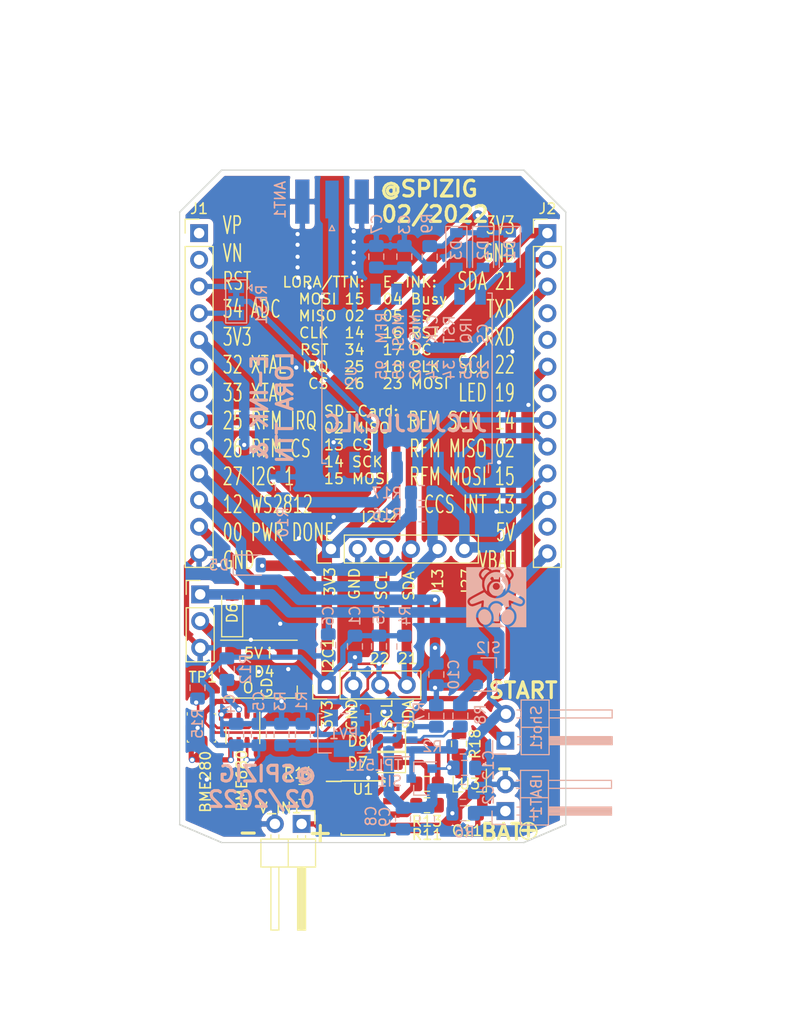
<source format=kicad_pcb>
(kicad_pcb (version 20171130) (host pcbnew "(5.1.10)-1")
  (title_block (date "sam. 04 avril 2015"))
  (layers (0 F.Cu signal) (31 B.Cu signal) (34 B.Paste user) (35 F.Paste user) (36 B.SilkS user) (37 F.SilkS user) (38 B.Mask user) (39 F.Mask user) (44 Edge.Cuts user))
  (net 0 "")
  (net 1 GND)
  (net 2 /2)
  (net 3 +3V3)
  (net 4 VDC)
  (net 5 /26)
  (net 6 /25)
  (net 7 /27)
  (net 8 +BATT)
  (net 9 /15)
  (net 10 /14)
  (net 11 /RST)
  (net 12 /34)
  (net 13 /12)
  (net 14 /0)
  (net 15 /13)
  (net 16 /22_SCL)
  (net 17 /21_SDA)
  (net 18 /LORA_RESET)
  (net 19 "Net-(ANT1-Pad1)")
  (net 20 "Net-(BME280-Pad2)")
  (net 21 "Net-(BME680-Pad2)")
  (net 22 "Net-(R8-Pad1)")
  (net 23 "Net-(D1-Pad2)")
  (net 24 "Net-(D2-Pad2)")
  (net 25 "Net-(D3-Pad2)")
  (net 26 "Net-(BME280-Pad5)")
  (net 27 "Net-(BME680-Pad5)")
  (net 28 /VP)
  (net 29 /VN)
  (net 30 /32)
  (net 31 /33)
  (net 32 +5V)
  (net 33 /19_LED)
  (net 34 /RXD)
  (net 35 /TXD)
  (net 36 "Net-(RV1-Pad1)")
  (net 37 "Net-(U2-Pad7)")
  (net 38 "Net-(U2-Pad11)")
  (net 39 "Net-(U2-Pad12)")
  (net 40 "Net-(D4-Pad2)")
  (net 41 "Net-(D4-Pad1)")
  (net 42 "Net-(R1-Pad1)")
  (net 43 "Net-(R8-Pad2)")
  (net 44 "Net-(U1-Pad1)")
  (net 45 "Net-(D7-Pad2)")
  (net 46 "Net-(D7-Pad1)")
  (net 47 "Net-(D8-Pad1)")
  (net 48 "Net-(R11-Pad2)")
  (net 49 "Net-(R13-Pad2)")
  (net 50 "Net-(R14-Pad1)")
  (net 51 "Net-(C12-Pad2)")
  (net 52 "Net-(R18-Pad2)")
  (net 53 +VSW)
  (net 54 "Net-(BAT1-Pad1)")
  (module Symbol:baerklein (layer B.Cu) (at 130.146 140.636 180)
    (fp_text reference G*** hide)
    (fp_text value LOGO hide)
  )
  (module Package_TO_SOT_SMD:SOT-23 (layer B.Cu) (at 129.384 148.002)
    (fp_text reference SI2 (at 0 -2.54) (layer B.SilkS) (effects (justify mirror)))
    (fp_text value SI2301CDS)
    (pad 3 smd rect (at 1 0) (size 0.9 0.8) (layers B.Cu B.Paste B.Mask) (net 8 +BATT))
    (pad 2 smd rect (at -1 -0.95) (size 0.9 0.8) (layers B.Cu B.Paste B.Mask) (net 4 VDC))
    (pad 1 smd rect (at -1 0.95) (size 0.9 0.8) (layers B.Cu B.Paste B.Mask) (net 22 "Net-(R8-Pad1)"))
  )
  (module Package_TO_SOT_SMD:SOT-23 (layer F.Cu) (at 127.606 158.416 270)
    (fp_text reference U3 (at 0 0 180) (layer F.SilkS))
    (fp_text value "AIC809-29 -GUTR")
    (pad 3 smd rect (at 1 0 270) (size 0.9 0.8) (layers F.Cu F.Paste F.Mask) (net 4 VDC))
    (pad 2 smd rect (at -1 0.95 270) (size 0.9 0.8) (layers F.Cu F.Paste F.Mask) (net 52 "Net-(R18-Pad2)"))
    (pad 1 smd rect (at -1 -0.95 270) (size 0.9 0.8) (layers F.Cu F.Paste F.Mask) (net 1 GND))
  )
  (module Package_TO_SOT_SMD:SOT-23 (layer B.Cu) (at 123.034 157.908 180)
    (fp_text reference SI1 (at 3.048 -0.254) (layer B.SilkS) (effects (justify mirror)))
    (fp_text value SI2301CDS)
    (pad 3 smd rect (at 1 0 180) (size 0.9 0.8) (layers B.Cu B.Paste B.Mask) (net 53 +VSW))
    (pad 2 smd rect (at -1 -0.95 180) (size 0.9 0.8) (layers B.Cu B.Paste B.Mask) (net 4 VDC))
    (pad 1 smd rect (at -1 0.95 180) (size 0.9 0.8) (layers B.Cu B.Paste B.Mask) (net 51 "Net-(C12-Pad2)"))
  )
  (module Resistor_SMD:R_0805_2012Metric_Pad1.15x1.40mm_HandSolder (layer F.Cu) (at 126.59 154.606 270)
    (fp_text reference R18 (at 0 -1.524 90) (layer F.SilkS))
    (fp_text value 1K)
    (pad 2 smd roundrect (at 1.025 0 270) (size 1.15 1.4) (layers F.Cu F.Paste F.Mask) (roundrect_rratio 0.2173904347826087) (net 52 "Net-(R18-Pad2)"))
    (pad 1 smd roundrect (at -1.025 0 270) (size 1.15 1.4) (layers F.Cu F.Paste F.Mask) (roundrect_rratio 0.2173904347826087) (net 51 "Net-(C12-Pad2)"))
  )
  (module Capacitor_SMD:C_0805_2012Metric_Pad1.15x1.40mm_HandSolder (layer B.Cu) (at 127.098 156.892 180)
    (fp_text reference C12 (at -2.286 0.254 90) (layer B.SilkS) (effects (justify mirror)))
    (fp_text value 100nF)
    (pad 2 smd roundrect (at 1.025 0 180) (size 1.15 1.4) (layers B.Cu B.Paste B.Mask) (roundrect_rratio 0.2173904347826087) (net 51 "Net-(C12-Pad2)"))
    (pad 1 smd roundrect (at -1.025 0 180) (size 1.15 1.4) (layers B.Cu B.Paste B.Mask) (roundrect_rratio 0.2173904347826087) (net 1 GND))
  )
  (module Resistor_SMD:R_0805_2012Metric_Pad1.15x1.40mm_HandSolder (layer F.Cu) (at 111.613 159.178 180)
    (fp_text reference R14 (at 0.263 1.778) (layer F.SilkS))
    (fp_text value 1K)
    (pad 2 smd roundrect (at 1.025 0 180) (size 1.15 1.4) (layers F.Cu F.Paste F.Mask) (roundrect_rratio 0.2173904347826087) (net 1 GND))
    (pad 1 smd roundrect (at -1.025 0 180) (size 1.15 1.4) (layers F.Cu F.Paste F.Mask) (roundrect_rratio 0.2173904347826087) (net 50 "Net-(R14-Pad1)"))
  )
  (module Resistor_SMD:R_0805_2012Metric_Pad1.15x1.40mm_HandSolder (layer F.Cu) (at 123.542 158.416 180)
    (fp_text reference R13 (at 0 -3.556) (layer F.SilkS))
    (fp_text value 1K)
    (pad 2 smd roundrect (at 1.025 0 180) (size 1.15 1.4) (layers F.Cu F.Paste F.Mask) (roundrect_rratio 0.2173904347826087) (net 49 "Net-(R13-Pad2)"))
    (pad 1 smd roundrect (at -1.025 0 180) (size 1.15 1.4) (layers F.Cu F.Paste F.Mask) (roundrect_rratio 0.2173904347826087) (net 47 "Net-(D8-Pad1)"))
  )
  (module Resistor_SMD:R_0805_2012Metric_Pad1.15x1.40mm_HandSolder (layer F.Cu) (at 123.542 160.448 180)
    (fp_text reference R11 (at 0 -2.794) (layer F.SilkS))
    (fp_text value 1K)
    (pad 2 smd roundrect (at 1.025 0 180) (size 1.15 1.4) (layers F.Cu F.Paste F.Mask) (roundrect_rratio 0.2173904347826087) (net 48 "Net-(R11-Pad2)"))
    (pad 1 smd roundrect (at -1.025 0 180) (size 1.15 1.4) (layers F.Cu F.Paste F.Mask) (roundrect_rratio 0.2173904347826087) (net 46 "Net-(D7-Pad1)"))
  )
  (module Connector_PinHeader_2.54mm:PinHeader_1x02_P2.54mm_Horizontal (layer F.Cu) (at 111.604 162.226 270)
    (fp_text reference V_IN1 (at -1.524 2.032 180) (layer F.SilkS))
    (fp_text value PWR)
    (pad 2 thru_hole oval (at 0 2.54 270) (size 1.7 1.7) (drill 1) (layers *.Cu *.Mask) (net 1 GND))
    (pad 1 thru_hole rect (at 0 0 270) (size 1.7 1.7) (drill 1) (layers *.Cu *.Mask) (net 45 "Net-(D7-Pad2)"))
  )
  (module LED_SMD:LED_0805_2012Metric (layer F.Cu) (at 119.8105 154.352 180)
    (fp_text reference D8 (at 2.8725 0) (layer F.SilkS))
    (fp_text value LED)
    (pad 2 smd roundrect (at 0.9375 0 180) (size 0.975 1.4) (layers F.Cu F.Paste F.Mask) (net 45 "Net-(D7-Pad2)"))
    (pad 1 smd roundrect (at -0.9375 0 180) (size 0.975 1.4) (layers F.Cu F.Paste F.Mask) (net 47 "Net-(D8-Pad1)"))
  )
  (module LED_SMD:LED_0805_2012Metric (layer F.Cu) (at 119.8105 156.384 180)
    (fp_text reference D7 (at 2.8725 0) (layer F.SilkS))
    (fp_text value LED)
    (pad 2 smd roundrect (at 0.9375 0 180) (size 0.975 1.4) (layers F.Cu F.Paste F.Mask) (net 45 "Net-(D7-Pad2)"))
    (pad 1 smd roundrect (at -0.9375 0 180) (size 0.975 1.4) (layers F.Cu F.Paste F.Mask) (net 46 "Net-(D7-Pad1)"))
  )
  (module Capacitor_SMD:C_0805_2012Metric_Pad1.15x1.40mm_HandSolder (layer F.Cu) (at 127.352 161.21 180)
    (fp_text reference C11 (at 0 -1.65) (layer F.SilkS))
    (fp_text value 100nF)
    (pad 2 smd roundrect (at 1.025 0 180) (size 1.15 1.4) (layers F.Cu F.Paste F.Mask) (roundrect_rratio 0.2173904347826087) (net 4 VDC))
    (pad 1 smd roundrect (at -1.025 0 180) (size 1.15 1.4) (layers F.Cu F.Paste F.Mask) (roundrect_rratio 0.2173904347826087) (net 1 GND))
  )
  (module tp4056:tp4056 (layer F.Cu) (at 117.446 160.702)
    (fp_text reference U1 (at 0 -1.778) (layer F.SilkS))
    (fp_text value TP4056)
    (pad 4 smd rect (at 0 0) (size 2.35 2.35) (layers F.Cu F.Mask) (net 45 "Net-(D7-Pad2)"))
    (pad 8 smd rect (at 2.7 -1.905) (size 1.55 0.6) (layers F.Cu F.Paste F.Mask) (net 45 "Net-(D7-Pad2)"))
    (pad 7 smd rect (at 2.7 -0.635) (size 1.55 0.6) (layers F.Cu F.Paste F.Mask) (net 49 "Net-(R13-Pad2)"))
    (pad 6 smd rect (at 2.7 0.635) (size 1.55 0.6) (layers F.Cu F.Paste F.Mask) (net 48 "Net-(R11-Pad2)"))
    (pad 5 smd rect (at 2.7 1.905) (size 1.55 0.6) (layers F.Cu F.Paste F.Mask) (net 4 VDC))
    (pad 4 smd rect (at -2.7 1.905) (size 1.55 0.6) (layers F.Cu F.Paste F.Mask) (net 45 "Net-(D7-Pad2)"))
    (pad 3 smd rect (at -2.7 0.635) (size 1.55 0.6) (layers F.Cu F.Paste F.Mask) (net 1 GND))
    (pad 2 smd rect (at -2.7 -0.635) (size 1.55 0.6) (layers F.Cu F.Paste F.Mask) (net 50 "Net-(R14-Pad1)"))
    (pad 1 smd rect (at -2.7 -1.905) (size 1.55 0.6) (layers F.Cu F.Paste F.Mask) (net 44 "Net-(U1-Pad1)"))
  )
  (module Diode_SMD:D_SOD-123 (layer F.Cu) (at 105 142.16 90)
    (fp_text reference D6 (at 0 0 270) (layer F.SilkS))
    (fp_text value D)
    (pad 2 smd rect (at 1.65 0 90) (size 0.9 1.2) (layers F.Cu F.Paste F.Mask) (net 8 +BATT))
    (pad 1 smd rect (at -1.65 0 90) (size 0.9 1.2) (layers F.Cu F.Paste F.Mask) (net 41 "Net-(D4-Pad1)"))
  )
  (module Connector_PinHeader_2.54mm:PinHeader_1x03_P2.54mm_Vertical (layer F.Cu) (at 101.952 140.382)
    (fp_text reference TP1 (at 0.254 7.874) (layer F.SilkS))
    (fp_text value TP)
    (pad 3 thru_hole oval (at 0 5.08) (size 1.7 1.7) (drill 1) (layers *.Cu *.Mask) (net 1 GND))
    (pad 2 thru_hole oval (at 0 2.54) (size 1.7 1.7) (drill 1) (layers *.Cu *.Mask) (net 40 "Net-(D4-Pad2)"))
    (pad 1 thru_hole rect (at 0 0) (size 1.7 1.7) (drill 1) (layers *.Cu *.Mask) (net 8 +BATT))
  )
  (module LED_SMD:LED_0805_2012Metric (layer B.Cu) (at 106.778 137.588)
    (fp_text reference D5 (at -3.048 0) (layer B.SilkS) (effects (justify mirror)))
    (fp_text value LED)
    (pad 2 smd roundrect (at 0.9375 0) (size 0.975 1.4) (layers B.Cu B.Paste B.Mask) (net 3 +3V3))
    (pad 1 smd roundrect (at -0.9375 0) (size 0.975 1.4) (layers B.Cu B.Paste B.Mask) (net 13 /12))
  )
  (module LED_SMD:LED_WS2812B_PLCC4_5.0x5.0mm_P3.2mm (layer F.Cu) (at 107.54 147.494)
    (fp_text reference D4 (at 0.508 0.254) (layer F.SilkS))
    (fp_text value WS2812B)
    (fp_text user 5V (at -0.508 -1.524) (layer F.SilkS))
    (pad 1 smd rect (at -2.45 -1.6) (size 1.5 1) (layers F.Cu F.Paste F.Mask) (net 41 "Net-(D4-Pad1)"))
    (pad 2 smd rect (at -2.45 1.6) (size 1.5 1) (layers F.Cu F.Paste F.Mask) (net 40 "Net-(D4-Pad2)"))
    (pad 4 smd rect (at 2.45 -1.6) (size 1.5 1) (layers F.Cu F.Paste F.Mask) (net 14 /0))
    (pad 3 smd rect (at 2.45 1.6) (size 1.5 1) (layers F.Cu F.Paste F.Mask) (net 1 GND))
  )
  (module Resistor_SMD:R_0805_2012Metric_Pad1.15x1.40mm_HandSolder (layer B.Cu) (at 123.043 130.73)
    (fp_text reference R17 (at -3.311 0) (layer B.SilkS) (effects (justify mirror)))
    (fp_text value 4K7)
    (pad 2 smd roundrect (at 1.025 0) (size 1.15 1.4) (layers B.Cu B.Paste B.Mask) (roundrect_rratio 0.2173904347826087) (net 15 /13))
    (pad 1 smd roundrect (at -1.025 0) (size 1.15 1.4) (layers B.Cu B.Paste B.Mask) (roundrect_rratio 0.2173904347826087) (net 3 +3V3))
  )
  (module Resistor_SMD:R_0805_2012Metric_Pad1.15x1.40mm_HandSolder (layer B.Cu) (at 123.034 132.762)
    (fp_text reference R16 (at -3.302 0) (layer B.SilkS) (effects (justify mirror)))
    (fp_text value 4K7)
    (pad 2 smd roundrect (at 1.025 0) (size 1.15 1.4) (layers B.Cu B.Paste B.Mask) (roundrect_rratio 0.2173904347826087) (net 7 /27))
    (pad 1 smd roundrect (at -1.025 0) (size 1.15 1.4) (layers B.Cu B.Paste B.Mask) (roundrect_rratio 0.2173904347826087) (net 3 +3V3))
  )
  (module Connector_PinHeader_2.54mm:PinHeader_1x06_P2.54mm_Vertical (layer F.Cu) (at 114.398 136.064 90)
    (fp_text reference I2C2 (at 3.048 4.572 180) (layer F.SilkS))
    (fp_text value I2C)
    (pad 6 thru_hole oval (at 0 12.7 90) (size 1.7 1.7) (drill 1) (layers *.Cu *.Mask) (net 15 /13))
    (pad 5 thru_hole oval (at 0 10.16 90) (size 1.7 1.7) (drill 1) (layers *.Cu *.Mask) (net 7 /27))
    (pad 4 thru_hole oval (at 0 7.62 90) (size 1.7 1.7) (drill 1) (layers *.Cu *.Mask) (net 17 /21_SDA))
    (pad 3 thru_hole oval (at 0 5.08 90) (size 1.7 1.7) (drill 1) (layers *.Cu *.Mask) (net 16 /22_SCL))
    (pad 2 thru_hole oval (at 0 2.54 90) (size 1.7 1.7) (drill 1) (layers *.Cu *.Mask) (net 1 GND))
    (pad 1 thru_hole rect (at 0 0 90) (size 1.7 1.7) (drill 1) (layers *.Cu *.Mask) (net 3 +3V3))
  )
  (module Capacitor_SMD:C_0805_2012Metric_Pad1.15x1.40mm_HandSolder (layer B.Cu) (at 124.431 148.002 90)
    (fp_text reference C10 (at 0 1.65 90) (layer B.SilkS) (effects (justify mirror)))
    (fp_text value 100nF)
    (pad 2 smd roundrect (at 1.025 0 90) (size 1.15 1.4) (layers B.Cu B.Paste B.Mask) (roundrect_rratio 0.2173904347826087) (net 13 /12))
    (pad 1 smd roundrect (at -1.025 0 90) (size 1.15 1.4) (layers B.Cu B.Paste B.Mask) (roundrect_rratio 0.2173904347826087) (net 1 GND))
  )
  (module Diode_SMD:D_SOD-123 (layer B.Cu) (at 126.336 107.616 270)
    (fp_text reference D3 (at 0 0 90) (layer B.SilkS) (effects (justify mirror)))
    (fp_text value D)
    (pad 2 smd rect (at 1.65 0 270) (size 0.9 1.2) (layers B.Cu B.Paste B.Mask) (net 25 "Net-(D3-Pad2)"))
    (pad 1 smd rect (at -1.65 0 270) (size 0.9 1.2) (layers B.Cu B.Paste B.Mask) (net 6 /25))
  )
  (module Diode_SMD:D_SOD-123 (layer B.Cu) (at 128.876 107.616 270)
    (fp_text reference D2 (at 0 0 90) (layer B.SilkS) (effects (justify mirror)))
    (fp_text value D)
    (pad 2 smd rect (at 1.65 0 270) (size 0.9 1.2) (layers B.Cu B.Paste B.Mask) (net 24 "Net-(D2-Pad2)"))
    (pad 1 smd rect (at -1.65 0 270) (size 0.9 1.2) (layers B.Cu B.Paste B.Mask) (net 6 /25))
  )
  (module Diode_SMD:D_SOD-123 (layer B.Cu) (at 131.416 107.616 270)
    (fp_text reference D1 (at 0 0 90) (layer B.SilkS) (effects (justify mirror)))
    (fp_text value D)
    (pad 2 smd rect (at 1.65 0 270) (size 0.9 1.2) (layers B.Cu B.Paste B.Mask) (net 23 "Net-(D1-Pad2)"))
    (pad 1 smd rect (at -1.65 0 270) (size 0.9 1.2) (layers B.Cu B.Paste B.Mask) (net 6 /25))
  )
  (module Connector_PinHeader_2.54mm:PinHeader_1x02_P2.54mm_Horizontal (layer B.Cu) (at 131.0604 154.3012)
    (fp_text reference Shot1 (at 2.8956 -1.2192 90) (layer B.SilkS) (effects (justify mirror)))
    (fp_text value Shot)
    (pad 2 thru_hole oval (at 0 -2.54) (size 1.7 1.7) (drill 1) (layers *.Cu *.Mask) (net 4 VDC))
    (pad 1 thru_hole rect (at -0.0604 0) (size 1.7 1.7) (drill 1) (layers *.Cu *.Mask) (net 42 "Net-(R1-Pad1)"))
  )
  (module Connector_PinHeader_2.54mm:PinHeader_1x02_P2.54mm_Horizontal (layer B.Cu) (at 131 161)
    (fp_text reference BAT1 (at 2.956 -1.314 90) (layer B.SilkS) (effects (justify mirror)))
    (fp_text value PWR)
    (pad 2 thru_hole oval (at 0 -2.54) (size 1.7 1.7) (drill 1) (layers *.Cu *.Mask) (net 1 GND))
    (pad 1 thru_hole rect (at 0 0) (size 1.7 1.7) (drill 1) (layers *.Cu *.Mask) (net 54 "Net-(BAT1-Pad1)"))
  )
  (module Capacitor_SMD:C_0805_2012Metric_Pad1.15x1.40mm_HandSolder (layer B.Cu) (at 123.542 161.718 270)
    (fp_text reference C9 (at -0.1614 4.0132 90) (layer B.SilkS) (effects (justify mirror)))
    (fp_text value 100nF)
    (pad 2 smd roundrect (at 1.025 0 270) (size 1.15 1.4) (layers B.Cu B.Paste B.Mask) (roundrect_rratio 0.2173904347826087) (net 1 GND))
    (pad 1 smd roundrect (at -1.025 0 270) (size 1.15 1.4) (layers B.Cu B.Paste B.Mask) (roundrect_rratio 0.2173904347826087) (net 4 VDC))
  )
  (module Capacitor_SMD:C_0805_2012Metric_Pad1.15x1.40mm_HandSolder (layer B.Cu) (at 121.256 161.718 270)
    (fp_text reference C8 (at -0.245 3.048 90) (layer B.SilkS) (effects (justify mirror)))
    (fp_text value 1nF)
    (pad 2 smd roundrect (at 1.025 0 270) (size 1.15 1.4) (layers B.Cu B.Paste B.Mask) (roundrect_rratio 0.2173904347826087) (net 1 GND))
    (pad 1 smd roundrect (at -1.025 0 270) (size 1.15 1.4) (layers B.Cu B.Paste B.Mask) (roundrect_rratio 0.2173904347826087) (net 4 VDC))
  )
  (module Connector_Coaxial:SMA_Samtec_SMA-J-P-H-ST-EM1_EdgeMount (layer B.Cu) (at 114.5 103 90)
    (fp_text reference ANT1 (at 0.1592 -4.928 270) (layer B.SilkS) (effects (justify mirror)))
    (fp_text value Antenna)
    (pad 1 smd rect (at 0.2 0) (size 1.27 3.6) (layers B.Cu B.Paste B.Mask) (net 19 "Net-(ANT1-Pad1)"))
    (pad 2 smd rect (at 0 2.825) (size 1.35 4.2) (layers B.Cu B.Paste B.Mask) (net 1 GND))
    (pad 2 smd rect (at 0 -2.825) (size 1.35 4.2) (layers B.Cu B.Paste B.Mask) (net 1 GND))
    (pad 2 smd rect (at 0 2.825) (size 1.35 4.2) (layers F.Cu F.Paste F.Mask) (net 1 GND))
    (pad 2 smd rect (at 0 -2.825) (size 1.35 4.2) (layers F.Cu F.Paste F.Mask) (net 1 GND))
  )
  (module Resistor_SMD:R_0805_2012Metric_Pad1.15x1.40mm_HandSolder (layer B.Cu) (at 101.698 149.272 90)
    (fp_text reference R15 (at -3.402 0 90) (layer B.SilkS) (effects (justify mirror)))
    (fp_text value 0R)
    (pad 2 smd roundrect (at 1.025 0 90) (size 1.15 1.4) (layers B.Cu B.Paste B.Mask) (roundrect_rratio 0.2173904347826087) (net 3 +3V3))
    (pad 1 smd roundrect (at -1.025 0 90) (size 1.15 1.4) (layers B.Cu B.Paste B.Mask) (roundrect_rratio 0.2173904347826087) (net 20 "Net-(BME280-Pad2)"))
  )
  (module Resistor_SMD:R_0805_2012Metric_Pad1.15x1.40mm_HandSolder (layer B.Cu) (at 109.826 130.222 270)
    (fp_text reference R10 (at 3.302 0 90) (layer B.SilkS) (effects (justify mirror)))
    (fp_text value 100K)
    (pad 2 smd roundrect (at 1.025 0 270) (size 1.15 1.4) (layers B.Cu B.Paste B.Mask) (roundrect_rratio 0.2173904347826087) (net 5 /26))
    (pad 1 smd roundrect (at -1.025 0 270) (size 1.15 1.4) (layers B.Cu B.Paste B.Mask) (roundrect_rratio 0.2173904347826087) (net 1 GND))
  )
  (module Jumper:SolderJumper-3_P1.3mm_Bridged12_Pad1.0x1.5mm (layer B.Cu) (at 105.381 112.5 270)
    (fp_text reference RES1 (at 0.2976 -2.413 90) (layer B.SilkS) (effects (justify mirror)))
    (fp_text value RST hide)
    (fp_poly (pts (xy -0.9 0.3) (xy -0.4 0.3) (xy -0.4 -0.3) (xy -0.9 -0.3)) (layer B.Cu) (width 0))
    (pad 2 smd rect (at 0 0 270) (size 1 1.5) (layers B.Cu B.Mask) (net 18 /LORA_RESET))
    (pad 3 smd rect (at 1.3 0 270) (size 1 1.5) (layers B.Cu B.Mask) (net 12 /34))
    (pad 1 smd rect (at -1.3 0 270) (size 1 1.5) (layers B.Cu B.Mask) (net 11 /RST))
  )
  (module Resistor_SMD:R_0805_2012Metric_Pad1.15x1.40mm_HandSolder (layer B.Cu) (at 123.796 108.26 270)
    (fp_text reference R9 (at -3.184 0.254 90) (layer B.SilkS) (effects (justify mirror)))
    (fp_text value 4.7k)
    (pad 2 smd roundrect (at 1.025 0 270) (size 1.15 1.4) (layers B.Cu B.Paste B.Mask) (roundrect_rratio 0.2173904347826087) (net 1 GND))
    (pad 1 smd roundrect (at -1.025 0 270) (size 1.15 1.4) (layers B.Cu B.Paste B.Mask) (roundrect_rratio 0.2173904347826087) (net 6 /25))
  )
  (module Capacitor_SMD:C_0805_2012Metric_Pad1.15x1.40mm_HandSolder (layer B.Cu) (at 116.684 145.335 90)
    (fp_text reference C1 (at 2.921 0 90) (layer B.SilkS) (effects (justify mirror)))
    (fp_text value 100nF)
    (pad 1 smd roundrect (at -1.025 0 90) (size 1.15 1.4) (layers B.Cu B.Paste B.Mask) (roundrect_rratio 0.2173904347826087) (net 1 GND))
    (pad 2 smd roundrect (at 1.025 0 90) (size 1.15 1.4) (layers B.Cu B.Paste B.Mask) (roundrect_rratio 0.2173904347826087) (net 3 +3V3))
  )
  (module Capacitor_SMD:C_0805_2012Metric_Pad1.15x1.40mm_HandSolder (layer B.Cu) (at 126.962 159.178)
    (fp_text reference C2 (at 2.422 0.254 90) (layer B.SilkS) (effects (justify mirror)))
    (fp_text value 100uF)
    (pad 1 smd roundrect (at -1.025 0) (size 1.15 1.4) (layers B.Cu B.Paste B.Mask) (roundrect_rratio 0.2173904347826087) (net 4 VDC))
    (pad 2 smd roundrect (at 1.025 0) (size 1.15 1.4) (layers B.Cu B.Paste B.Mask) (roundrect_rratio 0.2173904347826087) (net 1 GND))
  )
  (module Capacitor_SMD:C_0805_2012Metric_Pad1.15x1.40mm_HandSolder (layer B.Cu) (at 121.383 108.242 270)
    (fp_text reference C3 (at -3.0644 -0.0254 90) (layer B.SilkS) (effects (justify mirror)))
    (fp_text value C)
    (pad 2 smd roundrect (at 1.025 0 270) (size 1.15 1.4) (layers B.Cu B.Paste B.Mask) (roundrect_rratio 0.2173904347826087) (net 3 +3V3))
    (pad 1 smd roundrect (at -1.025 0 270) (size 1.15 1.4) (layers B.Cu B.Paste B.Mask) (roundrect_rratio 0.2173904347826087) (net 1 GND))
  )
  (module Connector_PinHeader_2.54mm:PinHeader_1x13_P2.54mm_Vertical (layer F.Cu) (at 101.85 106)
    (fp_text reference J1 (at 0 -2.33) (layer F.SilkS))
    (fp_text value Con_L)
    (pad 1 thru_hole rect (at 0 0) (size 1.7 1.7) (drill 1) (layers *.Cu *.Mask) (net 28 /VP))
    (pad 2 thru_hole oval (at 0 2.54) (size 1.7 1.7) (drill 1) (layers *.Cu *.Mask) (net 29 /VN))
    (pad 3 thru_hole oval (at 0 5.08) (size 1.7 1.7) (drill 1) (layers *.Cu *.Mask) (net 11 /RST))
    (pad 4 thru_hole oval (at 0 7.62) (size 1.7 1.7) (drill 1) (layers *.Cu *.Mask) (net 12 /34))
    (pad 5 thru_hole oval (at 0 10.16) (size 1.7 1.7) (drill 1) (layers *.Cu *.Mask) (net 3 +3V3))
    (pad 6 thru_hole oval (at 0 12.7) (size 1.7 1.7) (drill 1) (layers *.Cu *.Mask) (net 30 /32))
    (pad 7 thru_hole oval (at 0 15.24) (size 1.7 1.7) (drill 1) (layers *.Cu *.Mask) (net 31 /33))
    (pad 8 thru_hole oval (at 0 17.78) (size 1.7 1.7) (drill 1) (layers *.Cu *.Mask) (net 6 /25))
    (pad 9 thru_hole oval (at 0 20.32) (size 1.7 1.7) (drill 1) (layers *.Cu *.Mask) (net 5 /26))
    (pad 10 thru_hole oval (at 0 22.86) (size 1.7 1.7) (drill 1) (layers *.Cu *.Mask) (net 7 /27))
    (pad 11 thru_hole oval (at 0 25.4) (size 1.7 1.7) (drill 1) (layers *.Cu *.Mask) (net 13 /12))
    (pad 12 thru_hole oval (at 0 27.94) (size 1.7 1.7) (drill 1) (layers *.Cu *.Mask) (net 14 /0))
    (pad 13 thru_hole oval (at 0 30.48) (size 1.7 1.7) (drill 1) (layers *.Cu *.Mask) (net 1 GND))
  )
  (module Connector_PinHeader_2.54mm:PinHeader_1x13_P2.54mm_Vertical (layer F.Cu) (at 135 106)
    (fp_text reference J2 (at 0 -2.33) (layer F.SilkS))
    (fp_text value Con_R)
    (pad 13 thru_hole oval (at 0 30.48) (size 1.7 1.7) (drill 1) (layers *.Cu *.Mask) (net 8 +BATT))
    (pad 12 thru_hole oval (at 0 27.94) (size 1.7 1.7) (drill 1) (layers *.Cu *.Mask) (net 32 +5V))
    (pad 11 thru_hole oval (at 0 25.4) (size 1.7 1.7) (drill 1) (layers *.Cu *.Mask) (net 15 /13))
    (pad 10 thru_hole oval (at 0 22.86) (size 1.7 1.7) (drill 1) (layers *.Cu *.Mask) (net 9 /15))
    (pad 9 thru_hole oval (at 0 20.32) (size 1.7 1.7) (drill 1) (layers *.Cu *.Mask) (net 2 /2))
    (pad 8 thru_hole oval (at 0 17.78) (size 1.7 1.7) (drill 1) (layers *.Cu *.Mask) (net 10 /14))
    (pad 7 thru_hole oval (at 0 15.24) (size 1.7 1.7) (drill 1) (layers *.Cu *.Mask) (net 33 /19_LED))
    (pad 6 thru_hole oval (at 0 12.7) (size 1.7 1.7) (drill 1) (layers *.Cu *.Mask) (net 16 /22_SCL))
    (pad 5 thru_hole oval (at 0 10.16) (size 1.7 1.7) (drill 1) (layers *.Cu *.Mask) (net 34 /RXD))
    (pad 4 thru_hole oval (at 0 7.62) (size 1.7 1.7) (drill 1) (layers *.Cu *.Mask) (net 35 /TXD))
    (pad 3 thru_hole oval (at 0 5.08) (size 1.7 1.7) (drill 1) (layers *.Cu *.Mask) (net 17 /21_SDA))
    (pad 2 thru_hole oval (at 0 2.54) (size 1.7 1.7) (drill 1) (layers *.Cu *.Mask) (net 1 GND))
    (pad 1 thru_hole rect (at 0 0) (size 1.7 1.7) (drill 1) (layers *.Cu *.Mask) (net 3 +3V3))
  )
  (module Connector_PinHeader_2.54mm:PinHeader_1x04_P2.54mm_Vertical (layer F.Cu) (at 114 149 90)
    (fp_text reference I2C1 (at 2.776 0.144 90) (layer F.SilkS))
    (fp_text value I2C)
    (pad 1 thru_hole rect (at 0 0 90) (size 1.7 1.7) (drill 1) (layers *.Cu *.Mask) (net 3 +3V3))
    (pad 2 thru_hole oval (at 0 2.54 90) (size 1.7 1.7) (drill 1) (layers *.Cu *.Mask) (net 1 GND))
    (pad 3 thru_hole oval (at 0 5.08 90) (size 1.7 1.7) (drill 1) (layers *.Cu *.Mask) (net 16 /22_SCL))
    (pad 4 thru_hole oval (at 0 7.62 90) (size 1.7 1.7) (drill 1) (layers *.Cu *.Mask) (net 17 /21_SDA))
  )
  (module Resistor_SMD:R_0805_2012Metric_Pad1.15x1.40mm_HandSolder (layer B.Cu) (at 111.731 153.717 90)
    (fp_text reference R1 (at 3.175 -0.127 90) (layer B.SilkS) (effects (justify mirror)))
    (fp_text value 340K)
    (pad 2 smd roundrect (at 1.025 0 90) (size 1.15 1.4) (layers B.Cu B.Paste B.Mask) (roundrect_rratio 0.2173904347826087) (net 1 GND))
    (pad 1 smd roundrect (at -1.025 0 90) (size 1.15 1.4) (layers B.Cu B.Paste B.Mask) (roundrect_rratio 0.2173904347826087) (net 42 "Net-(R1-Pad1)"))
  )
  (module Resistor_SMD:R_0805_2012Metric_Pad1.15x1.40mm_HandSolder (layer B.Cu) (at 126.962 154.86 180)
    (fp_text reference R2 (at 2.912 0) (layer B.SilkS) (effects (justify mirror)))
    (fp_text value 0R)
    (pad 2 smd roundrect (at 1.025 0 180) (size 1.15 1.4) (layers B.Cu B.Paste B.Mask) (roundrect_rratio 0.2173904347826087) (net 53 +VSW))
    (pad 1 smd roundrect (at -1.025 0 180) (size 1.15 1.4) (layers B.Cu B.Paste B.Mask) (roundrect_rratio 0.2173904347826087) (net 4 VDC))
  )
  (module Resistor_SMD:R_0805_2012Metric_Pad1.15x1.40mm_HandSolder (layer B.Cu) (at 109.699 153.717 90)
    (fp_text reference R3 (at 3.175 -0.127 270) (layer B.SilkS) (effects (justify mirror)))
    (fp_text value 340K)
    (pad 1 smd roundrect (at -1.025 0 90) (size 1.15 1.4) (layers B.Cu B.Paste B.Mask) (roundrect_rratio 0.2173904347826087) (net 42 "Net-(R1-Pad1)"))
    (pad 2 smd roundrect (at 1.025 0 90) (size 1.15 1.4) (layers B.Cu B.Paste B.Mask) (roundrect_rratio 0.2173904347826087) (net 1 GND))
  )
  (module Resistor_SMD:R_0805_2012Metric_Pad1.15x1.40mm_HandSolder (layer B.Cu) (at 121.383 145.344 270)
    (fp_text reference R4 (at -2.93 -0.0762 90) (layer B.SilkS) (effects (justify mirror)))
    (fp_text value 4K7)
    (pad 1 smd roundrect (at -1.025 0 270) (size 1.15 1.4) (layers B.Cu B.Paste B.Mask) (roundrect_rratio 0.2173904347826087) (net 3 +3V3))
    (pad 2 smd roundrect (at 1.025 0 270) (size 1.15 1.4) (layers B.Cu B.Paste B.Mask) (roundrect_rratio 0.2173904347826087) (net 17 /21_SDA))
  )
  (module Resistor_SMD:R_0805_2012Metric_Pad1.15x1.40mm_HandSolder (layer B.Cu) (at 118.97 145.326 270)
    (fp_text reference R5 (at -3.0136 0 270) (layer B.SilkS) (effects (justify mirror)))
    (fp_text value 4K7)
    (pad 1 smd roundrect (at -1.025 0 270) (size 1.15 1.4) (layers B.Cu B.Paste B.Mask) (roundrect_rratio 0.2173904347826087) (net 3 +3V3))
    (pad 2 smd roundrect (at 1.025 0 270) (size 1.15 1.4) (layers B.Cu B.Paste B.Mask) (roundrect_rratio 0.2173904347826087) (net 16 /22_SCL))
  )
  (module Resistor_SMD:R_0805_2012Metric_Pad1.15x1.40mm_HandSolder (layer B.Cu) (at 126.98 161.21 180)
    (fp_text reference R6 (at -0.118 -1.778) (layer B.SilkS) (effects (justify mirror)))
    (fp_text value 0R)
    (pad 2 smd roundrect (at 1.025 0 180) (size 1.15 1.4) (layers B.Cu B.Paste B.Mask) (roundrect_rratio 0.2173904347826087) (net 4 VDC))
    (pad 1 smd roundrect (at -1.025 0 180) (size 1.15 1.4) (layers B.Cu B.Paste B.Mask) (roundrect_rratio 0.2173904347826087) (net 54 "Net-(BAT1-Pad1)"))
  )
  (module Resistor_SMD:R_0805_2012Metric_Pad1.15x1.40mm_HandSolder (layer B.Cu) (at 124.431 151.948 90)
    (fp_text reference R7 (at 0.39 -1.651 90) (layer B.SilkS) (effects (justify mirror)))
    (fp_text value R)
    (pad 1 smd roundrect (at -1.025 0 90) (size 1.15 1.4) (layers B.Cu B.Paste B.Mask) (roundrect_rratio 0.2173904347826087) (net 13 /12))
    (pad 2 smd roundrect (at 1.025 0 90) (size 1.15 1.4) (layers B.Cu B.Paste B.Mask) (roundrect_rratio 0.2173904347826087) (net 1 GND))
  )
  (module Package_TO_SOT_SMD:SOT-23-6 (layer B.Cu) (at 121.002 154.225)
    (fp_text reference TPL511 (at -2.54 2.413 180) (layer B.SilkS) (effects (justify mirror)))
    (fp_text value TPL5110)
    (pad 1 smd rect (at -1.1 0.95) (size 1.06 0.65) (layers B.Cu B.Paste B.Mask) (net 4 VDC))
    (pad 2 smd rect (at -1.1 0) (size 1.06 0.65) (layers B.Cu B.Paste B.Mask) (net 1 GND))
    (pad 3 smd rect (at -1.1 -0.95) (size 1.06 0.65) (layers B.Cu B.Paste B.Mask) (net 42 "Net-(R1-Pad1)"))
    (pad 4 smd rect (at 1.1 -0.95) (size 1.06 0.65) (layers B.Cu B.Paste B.Mask) (net 13 /12))
    (pad 6 smd rect (at 1.1 0.95) (size 1.06 0.65) (layers B.Cu B.Paste B.Mask) (net 53 +VSW))
    (pad 5 smd rect (at 1.1 0) (size 1.06 0.65) (layers B.Cu B.Paste B.Mask) (net 43 "Net-(R8-Pad2)"))
  )
  (module RF_Module:HOPERF_RFM9XW_SMD (layer B.Cu) (at 121.637 119.808 90)
    (fp_text reference U2 (at 0.2032 -5.3086 270) (layer B.SilkS) (effects (justify mirror)))
    (fp_text value RFM95W-915S2)
    (pad 1 smd rect (at -8 7 90) (size 2 1) (layers B.Cu B.Paste B.Mask) (net 1 GND))
    (pad 2 smd rect (at -8 5 90) (size 2 1) (layers B.Cu B.Paste B.Mask) (net 2 /2))
    (pad 3 smd rect (at -8 3 90) (size 2 1) (layers B.Cu B.Paste B.Mask) (net 9 /15))
    (pad 4 smd rect (at -8 1 90) (size 2 1) (layers B.Cu B.Paste B.Mask) (net 10 /14))
    (pad 5 smd rect (at -8 -1 90) (size 2 1) (layers B.Cu B.Paste B.Mask) (net 5 /26))
    (pad 6 smd rect (at -8 -3 90) (size 2 1) (layers B.Cu B.Paste B.Mask) (net 18 /LORA_RESET))
    (pad 7 smd rect (at -8 -5 90) (size 2 1) (layers B.Cu B.Paste B.Mask) (net 37 "Net-(U2-Pad7)"))
    (pad 8 smd rect (at -8 -7 90) (size 2 1) (layers B.Cu B.Paste B.Mask) (net 1 GND))
    (pad 9 smd rect (at 8 -7 90) (size 2 1) (layers B.Cu B.Paste B.Mask) (net 19 "Net-(ANT1-Pad1)"))
    (pad 10 smd rect (at 8 -5 90) (size 2 1) (layers B.Cu B.Paste B.Mask) (net 1 GND))
    (pad 11 smd rect (at 8 -3 90) (size 2 1) (layers B.Cu B.Paste B.Mask) (net 38 "Net-(U2-Pad11)"))
    (pad 12 smd rect (at 8 -1 90) (size 2 1) (layers B.Cu B.Paste B.Mask) (net 39 "Net-(U2-Pad12)"))
    (pad 13 smd rect (at 8 1 90) (size 2 1) (layers B.Cu B.Paste B.Mask) (net 3 +3V3))
    (pad 14 smd rect (at 8 3 90) (size 2 1) (layers B.Cu B.Paste B.Mask) (net 25 "Net-(D3-Pad2)"))
    (pad 15 smd rect (at 8 5 90) (size 2 1) (layers B.Cu B.Paste B.Mask) (net 24 "Net-(D2-Pad2)"))
    (pad 16 smd rect (at 8 7 90) (size 2 1) (layers B.Cu B.Paste B.Mask) (net 23 "Net-(D1-Pad2)"))
  )
  (module Package_LGA:Bosch_LGA-8_3x3mm_P0.8mm_ClockwisePinNumbering (layer F.Cu) (at 106.016 153.082)
    (fp_text reference BME680 (at -0.1016 5.0292 90) (layer F.SilkS))
    (fp_text value BME680)
    (pad 1 smd rect (at -1.2 -1.15) (size 0.4 0.55) (layers F.Cu F.Paste F.Mask) (net 1 GND))
    (pad 2 smd rect (at -0.4 -1.15) (size 0.4 0.55) (layers F.Cu F.Paste F.Mask) (net 21 "Net-(BME680-Pad2)"))
    (pad 3 smd rect (at 0.4 -1.15) (size 0.4 0.55) (layers F.Cu F.Paste F.Mask) (net 17 /21_SDA))
    (pad 4 smd rect (at 1.2 -1.15) (size 0.4 0.55) (layers F.Cu F.Paste F.Mask) (net 16 /22_SCL))
    (pad 5 smd rect (at 1.2 1.15) (size 0.4 0.55) (layers F.Cu F.Paste F.Mask) (net 27 "Net-(BME680-Pad5)"))
    (pad 6 smd rect (at 0.4 1.15) (size 0.4 0.55) (layers F.Cu F.Paste F.Mask) (net 3 +3V3))
    (pad 7 smd rect (at -0.4 1.15) (size 0.4 0.55) (layers F.Cu F.Paste F.Mask) (net 1 GND))
    (pad 8 smd rect (at -1.2 1.15) (size 0.4 0.55) (layers F.Cu F.Paste F.Mask) (net 3 +3V3))
  )
  (module Resistor_SMD:R_0805_2012Metric_Pad1.15x1.40mm_HandSolder (layer B.Cu) (at 126.717 151.93 270)
    (fp_text reference R8 (at -0.118 -1.905 90) (layer B.SilkS) (effects (justify mirror)))
    (fp_text value 100K)
    (pad 1 smd roundrect (at -1.025 0 270) (size 1.15 1.4) (layers B.Cu B.Paste B.Mask) (roundrect_rratio 0.2173904347826087) (net 22 "Net-(R8-Pad1)"))
    (pad 2 smd roundrect (at 1.025 0 270) (size 1.15 1.4) (layers B.Cu B.Paste B.Mask) (roundrect_rratio 0.2173904347826087) (net 43 "Net-(R8-Pad2)"))
  )
  (module Capacitor_SMD:C_0805_2012Metric_Pad1.15x1.40mm_HandSolder (layer B.Cu) (at 105.381 153.717 90)
    (fp_text reference C4 (at 2.921 -0.635 90) (layer B.SilkS) (effects (justify mirror)))
    (fp_text value 100nF)
    (pad 1 smd roundrect (at -1.025 0 90) (size 1.15 1.4) (layers B.Cu B.Paste B.Mask) (roundrect_rratio 0.2173904347826087) (net 3 +3V3))
    (pad 2 smd roundrect (at 1.025 0 90) (size 1.15 1.4) (layers B.Cu B.Paste B.Mask) (roundrect_rratio 0.2173904347826087) (net 1 GND))
  )
  (module Capacitor_SMD:C_0805_2012Metric_Pad1.15x1.40mm_HandSolder (layer B.Cu) (at 107.54 153.717 270)
    (fp_text reference C5 (at -3.175 0 90) (layer B.SilkS) (effects (justify mirror)))
    (fp_text value 100nF)
    (pad 2 smd roundrect (at 1.025 0 270) (size 1.15 1.4) (layers B.Cu B.Paste B.Mask) (roundrect_rratio 0.2173904347826087) (net 3 +3V3))
    (pad 1 smd roundrect (at -1.025 0 270) (size 1.15 1.4) (layers B.Cu B.Paste B.Mask) (roundrect_rratio 0.2173904347826087) (net 1 GND))
  )
  (module Capacitor_SMD:C_0805_2012Metric_Pad1.15x1.40mm_HandSolder (layer B.Cu) (at 114.144 145.208 90)
    (fp_text reference C6 (at 2.794 0 90) (layer B.SilkS) (effects (justify mirror)))
    (fp_text value 100nF)
    (pad 1 smd roundrect (at -1.025 0 90) (size 1.15 1.4) (layers B.Cu B.Paste B.Mask) (roundrect_rratio 0.2173904347826087) (net 1 GND))
    (pad 2 smd roundrect (at 1.025 0 90) (size 1.15 1.4) (layers B.Cu B.Paste B.Mask) (roundrect_rratio 0.2173904347826087) (net 8 +BATT))
  )
  (module Resistor_SMD:R_0805_2012Metric_Pad1.15x1.40mm_HandSolder (layer B.Cu) (at 104.492 147.494 90)
    (fp_text reference R12 (at 0 1.778 90) (layer B.SilkS) (effects (justify mirror)))
    (fp_text value 0R)
    (pad 1 smd roundrect (at -1.025 0 90) (size 1.15 1.4) (layers B.Cu B.Paste B.Mask) (roundrect_rratio 0.2173904347826087) (net 21 "Net-(BME680-Pad2)"))
    (pad 2 smd roundrect (at 1.025 0 90) (size 1.15 1.4) (layers B.Cu B.Paste B.Mask) (roundrect_rratio 0.2173904347826087) (net 3 +3V3))
  )
  (module Package_LGA:Bosch_LGA-8_2.5x2.5mm_P0.65mm_ClockwisePinNumbering (layer F.Cu) (at 102.079 153.082)
    (fp_text reference BME280 (at 0.381 5.1308 90) (layer F.SilkS))
    (fp_text value BME280)
    (pad 4 smd rect (at 0.975 -1.025 90) (size 0.5 0.35) (layers F.Cu F.Paste F.Mask) (net 16 /22_SCL))
    (pad 3 smd rect (at 0.325 -1.025 90) (size 0.5 0.35) (layers F.Cu F.Paste F.Mask) (net 17 /21_SDA))
    (pad 2 smd rect (at -0.325 -1.025 90) (size 0.5 0.35) (layers F.Cu F.Paste F.Mask) (net 20 "Net-(BME280-Pad2)"))
    (pad 1 smd rect (at -0.975 -1.025 90) (size 0.5 0.35) (layers F.Cu F.Paste F.Mask) (net 1 GND))
    (pad 8 smd rect (at -0.975 1.025 90) (size 0.5 0.35) (layers F.Cu F.Paste F.Mask) (net 3 +3V3))
    (pad 7 smd rect (at -0.325 1.025 90) (size 0.5 0.35) (layers F.Cu F.Paste F.Mask) (net 1 GND))
    (pad 6 smd rect (at 0.325 1.025 90) (size 0.5 0.35) (layers F.Cu F.Paste F.Mask) (net 3 +3V3))
    (pad 5 smd rect (at 0.975 1.025 90) (size 0.5 0.35) (layers F.Cu F.Paste F.Mask) (net 26 "Net-(BME280-Pad5)"))
  )
  (module Capacitor_SMD:C_0805_2012Metric_Pad1.15x1.40mm_HandSolder (layer B.Cu) (at 118.716 108.242 270)
    (fp_text reference C7 (at -3.1152 -0.0508 90) (layer B.SilkS) (effects (justify mirror)))
    (fp_text value 100nF)
    (pad 1 smd roundrect (at -1.025 0 270) (size 1.15 1.4) (layers B.Cu B.Paste B.Mask) (roundrect_rratio 0.2173904347826087) (net 1 GND))
    (pad 2 smd roundrect (at 1.025 0 270) (size 1.15 1.4) (layers B.Cu B.Paste B.Mask) (roundrect_rratio 0.2173904347826087) (net 3 +3V3))
  )
  (module Potentiometer_SMD:Potentiometer_Bourns_3224W_Vertical (layer B.Cu) (at 115.668 153.6 180)
    (fp_text reference RV1 (at 0.0508 -0.0408) (layer B.SilkS) (effects (justify mirror)))
    (fp_text value R_POT)
    (pad 1 smd rect (at 1.25 1.45 180) (size 1.3 1.6) (layers B.Cu B.Paste B.Mask) (net 36 "Net-(RV1-Pad1)"))
    (pad 2 smd rect (at 0 -1.45 180) (size 2 1.6) (layers B.Cu B.Paste B.Mask) (net 42 "Net-(R1-Pad1)"))
    (pad 3 smd rect (at -1.25 1.45 180) (size 1.3 1.6) (layers B.Cu B.Paste B.Mask) (net 1 GND))
  )
  (gr_text "@SPIZIG \n02/2022" (at 107.794 158.67) (layer B.SilkS) (effects (font (size 1.5 1.5) (thickness 0.3)) (justify mirror)))
  (gr_text GD (at 108.302 149.272 90) (layer F.SilkS) (effects (font (size 1 1))))
  (gr_text O (at 106.524 149.272) (layer F.SilkS) (effects (font (size 1 1))))
  (gr_text i (at 108.556 145.97) (layer F.SilkS) (effects (font (size 1 1))))
  (gr_text - (at 106.524 162.988) (layer F.SilkS) (effects (font (size 1.5 1.5) (thickness 0.3))))
  (gr_text + (at 113.382 162.988) (layer F.SilkS) (effects (font (size 2 2) (thickness 0.3))))
  (gr_text I13 (at 124.558 139.112 90) (layer F.SilkS) (effects (font (size 1 1))))
  (gr_text I27 (at 127.352 139.112 90) (layer F.SilkS) (effects (font (size 1 1))))
  (gr_text 3V3 (at 114.2964 139.1628 90) (layer F.SilkS) (effects (font (size 1 1))))
  (gr_text SCL (at 119.224 139.5692 90) (layer F.SilkS) (effects (font (size 1 1))))
  (gr_text GND (at 116.6332 139.366 90) (layer F.SilkS) (effects (font (size 1 1))))
  (gr_text SDA (at 121.8148 139.5692 90) (layer F.SilkS) (effects (font (size 1 1))))
  (gr_text JLCJLCJLCJLC (at 121.51 124.126) (layer B.SilkS) (effects (font (size 1.5 1.5) (thickness 0.3)) (justify mirror)))
  (gr_line (start 132.75 164) (end 136.75 162.29) (layer Edge.Cuts) (width 0.15))
  (gr_line (start 100 162.29) (end 104 164) (layer Edge.Cuts) (width 0.15))
  (gr_line (start 132.75 100) (end 136.75 104) (layer Edge.Cuts) (width 0.15))
  (gr_line (start 100 104) (end 104 100) (layer Edge.Cuts) (width 0.15))
  (gr_text "LORA/TTN:\nMOSI 15\nMISO 02\nCLK  14\nRST  34\nIRQ  25\nCS  26" (at 117.7 115.49) (layer F.SilkS) (effects (font (size 1 1)) (justify right)))
  (gr_text "RFM  95\nMOSI 15\nMISO 02\nCLK  14\nRST  34\nIRQ  25\nCS  26" (at 124.05 120.062 90) (layer B.SilkS) (effects (font (size 1 1)) (justify right mirror)))
  (gr_text - (at 133.956 157.654) (layer B.SilkS) (effects (font (size 1 1)) (justify mirror)))
  (gr_text + (at 133.702 161.464) (layer B.SilkS) (effects (font (size 1 1)) (justify mirror)))
  (gr_text - (at 130.908 156.892) (layer F.SilkS) (effects (font (size 1.5 0.8) (thickness 0.2)) (justify mirror)))
  (gr_text - (at 130.908 156.892) (layer F.SilkS) (effects (font (size 1.5 1.2) (thickness 0.3)) (justify mirror)))
  (gr_circle (center 133.194 162.9) (end 133.994 162.9) (layer F.SilkS) (width 0.15))
  (gr_text "E-INK &\nLORA TTN" (at 108.81 122.602 90) (layer B.SilkS) (effects (font (size 1.5 1.5) (thickness 0.3)) (justify mirror)))
  (gr_text "@SPIZIG \n02/2022" (at 124.304 102.9932) (layer F.SilkS) (effects (font (size 1.5 1.5) (thickness 0.3))))
  (gr_text START (at 132.686 149.526) (layer F.SilkS) (effects (font (size 1.5 1.5) (thickness 0.3))))
  (gr_text 22 (at 119.0208 146.5) (layer F.SilkS) (effects (font (size 1 1))))
  (gr_text 21 (at 121.7132 146.5) (layer F.SilkS) (effects (font (size 1 1))))
  (gr_text "E-INK:\n04 Busy\n05 CS\n16 RST\n17 DC\n18 CLK\n23 MOSI" (at 119.224 115.49) (layer F.SilkS) (effects (font (size 1 1)) (justify left)))
  (gr_text "SD-Card:\n02 MISO\n13 CS\n14 SCK\n15 MOSI" (at 113.636 126.158) (layer F.SilkS) (effects (font (size 1 1)) (justify left)))
  (gr_text "3V3\nGND\nSDA 21\nTXD\nRXD\nSCL 22\nLED 19\nRFM SCK  14\nRFM MISO 02\nRFM MOSI 15\nCCS INT 13\n5V\nVBAT" (at 132 121.2) (layer F.SilkS) (effects (font (size 1.65 1)) (justify right)))
  (gr_text "VP\nVN\nRST\n34 ADC\n3V3\n32 XTAL\n33 XTAL\n25 RFM IRQ\n26 RFM CS\n27 I2C 1\n12 WS2812\n00 PWR DONE\nGND" (at 104 121.2) (layer F.SilkS) (effects (font (size 1.65 1)) (justify left)))
  (gr_text SDA (at 121.764 151.812 90) (layer F.SilkS) (effects (font (size 1 1))))
  (gr_text SCL (at 119.732 151.812 90) (layer F.SilkS) (effects (font (size 1 1))))
  (gr_text GND (at 116.3792 151.812 90) (layer F.SilkS) (effects (font (size 1 1))))
  (gr_text 3V3 (at 114.0424 151.812 90) (layer F.SilkS) (effects (font (size 1 1))))
  (gr_text + (at 133.194 162.734) (layer F.SilkS) (effects (font (size 1.5 1.5) (thickness 0.3)) (justify mirror)))
  (gr_text BAT (at 130.654 162.988) (layer F.SilkS) (effects (font (size 1.5 1.5) (thickness 0.3))))
  (gr_line (start 104 164) (end 132.75 164) (angle 90) (layer Edge.Cuts) (width 0.1))
  (gr_line (start 136.75 104) (end 136.75 162.29) (angle 90) (layer Edge.Cuts) (width 0.1))
  (gr_line (start 104 100) (end 132.75 100) (angle 90) (layer Edge.Cuts) (width 0.1))
  (gr_line (start 100 104) (end 100 162.29) (angle 90) (layer Edge.Cuts) (width 0.1))
  (segment (start 116.637 108.496) (end 116.637 111.808) (width 0.5) (layer B.Cu) (net 1))
  (segment (start 117.916 107.217) (end 116.637 108.496) (width 0.5) (layer B.Cu) (net 1))
  (segment (start 118.716 107.217) (end 117.916 107.217) (width 0.5) (layer B.Cu) (net 1))
  (segment (start 128.031 158.46) (end 127.987 158.416) (width 0.5) (layer B.Cu) (net 1))
  (segment (start 131 158.46) (end 128.031 158.46) (width 0.5) (layer B.Cu) (net 1))
  (segment (start 116.918 149.378) (end 116.54 149) (width 0.5) (layer B.Cu) (net 1))
  (segment (start 116.918 152.15) (end 116.918 149.378) (width 0.5) (layer B.Cu) (net 1))
  (segment (start 107.54 152.692) (end 105.381 152.692) (width 0.5) (layer B.Cu) (net 1))
  (segment (start 107.54 152.692) (end 109.699 152.692) (width 0.5) (layer B.Cu) (net 1))
  (segment (start 109.699 152.692) (end 111.731 152.692) (width 0.5) (layer B.Cu) (net 1))
  (segment (start 101.104 152.417002) (end 101.104 152.057) (width 0.25) (layer F.Cu) (net 1))
  (segment (start 101.754 153.067002) (end 101.104 152.417002) (width 0.25) (layer F.Cu) (net 1))
  (segment (start 101.754 154.107) (end 101.754 153.067002) (width 0.25) (layer F.Cu) (net 1))
  (via (at 116.564 105.826) (size 0.6) (drill 0.4) (layers F.Cu B.Cu) (net 1))
  (via (at 116.564 107.826) (size 0.6) (drill 0.4) (layers F.Cu B.Cu) (net 1))
  (via (at 116.557 108.826) (size 0.6) (drill 0.4) (layers F.Cu B.Cu) (net 1))
  (via (at 116.564 106.826) (size 0.6) (drill 0.4) (layers F.Cu B.Cu) (net 1))
  (via (at 111.223 109.26) (size 0.6) (drill 0.4) (layers F.Cu B.Cu) (net 1))
  (via (at 111.286 110.238) (size 0.6) (drill 0.4) (layers F.Cu B.Cu) (net 1))
  (via (at 112.366 111.172) (size 0.6) (drill 0.4) (layers F.Cu B.Cu) (net 1))
  (via (at 113.509 112.061) (size 0.6) (drill 0.4) (layers F.Cu B.Cu) (net 1))
  (via (at 111.223 108.251) (size 0.6) (drill 0.4) (layers F.Cu B.Cu) (net 1))
  (via (at 111.223 107.108) (size 0.6) (drill 0.4) (layers F.Cu B.Cu) (net 1))
  (via (at 111.223 106.092) (size 0.6) (drill 0.4) (layers F.Cu B.Cu) (net 1))
  (via (at 116.684 109.775) (size 0.6) (drill 0.4) (layers F.Cu B.Cu) (net 1))
  (via (at 130.4 127.809) (size 0.6) (drill 0.4) (layers F.Cu B.Cu) (net 1))
  (via (at 111.096 118.792) (size 0.6) (drill 0.4) (layers F.Cu B.Cu) (net 1))
  (via (at 130.146 132.508) (size 0.6) (drill 0.4) (layers F.Cu B.Cu) (net 1))
  (via (at 109.699 150.542) (size 0.6) (drill 0.4) (layers F.Cu B.Cu) (net 1))
  (via (at 124.304 149.272) (size 0.6) (drill 0.4) (layers F.Cu B.Cu) (net 1))
  (segment (start 119.411998 154.225) (end 117.954 155.682998) (width 0.25) (layer B.Cu) (net 1))
  (segment (start 119.902 154.225) (end 119.411998 154.225) (width 0.25) (layer B.Cu) (net 1))
  (segment (start 117.954 155.682998) (end 117.954 157.8445) (width 0.25) (layer B.Cu) (net 1))
  (via (at 117.954 157.8445) (size 0.6) (drill 0.4) (layers F.Cu B.Cu) (net 1))
  (via (at 101.707643 153.085545) (size 0.6) (drill 0.4) (layers F.Cu B.Cu) (net 1))
  (segment (start 101.754 154.107) (end 101.754 153.131902) (width 0.25) (layer F.Cu) (net 1))
  (segment (start 101.754 153.131902) (end 101.707643 153.085545) (width 0.25) (layer F.Cu) (net 1))
  (segment (start 101.707643 153.664849) (end 102.1425 154.099706) (width 0.5) (layer B.Cu) (net 1))
  (segment (start 101.707643 153.085545) (end 101.707643 153.664849) (width 0.5) (layer B.Cu) (net 1))
  (via (at 102.587 158) (size 0.6) (drill 0.4) (layers F.Cu B.Cu) (net 1))
  (segment (start 105.616 154.232) (end 105.616 158) (width 0.3) (layer F.Cu) (net 1))
  (segment (start 102.1425 157.5555) (end 102.587 158) (width 0.5) (layer B.Cu) (net 1))
  (segment (start 102.1425 154.099706) (end 102.1425 157.5555) (width 0.5) (layer B.Cu) (net 1))
  (segment (start 104.816 151.932) (end 104.7644 151.932) (width 0.25) (layer F.Cu) (net 1))
  (via (at 103.984 151.812) (size 0.6) (drill 0.4) (layers F.Cu B.Cu) (net 1))
  (segment (start 121.728 107.217) (end 123.796 109.285) (width 0.5) (layer B.Cu) (net 1))
  (segment (start 118.716 107.217) (end 121.728 107.217) (width 0.5) (layer B.Cu) (net 1))
  (via (at 119.986 132.508) (size 0.6) (drill 0.4) (layers F.Cu B.Cu) (net 1))
  (via (at 114.652 125.904) (size 0.6) (drill 0.4) (layers F.Cu B.Cu) (net 1))
  (via (at 114.652 133.016) (size 0.6) (drill 0.4) (layers F.Cu B.Cu) (net 1))
  (via (at 119.478 151.558) (size 0.6) (drill 0.4) (layers F.Cu B.Cu) (net 1))
  (segment (start 120.882001 152.589999) (end 119.850002 151.558) (width 0.5) (layer B.Cu) (net 1))
  (segment (start 119.850002 151.558) (end 119.478 151.558) (width 0.5) (layer B.Cu) (net 1))
  (segment (start 120.882001 153.960001) (end 120.882001 152.589999) (width 0.5) (layer B.Cu) (net 1))
  (segment (start 120.617002 154.225) (end 120.882001 153.960001) (width 0.5) (layer B.Cu) (net 1))
  (segment (start 119.902 154.225) (end 120.617002 154.225) (width 0.5) (layer B.Cu) (net 1))
  (via (at 110.334 147.494) (size 0.6) (drill 0.4) (layers F.Cu B.Cu) (net 1))
  (via (at 109.572 143.176) (size 0.6) (drill 0.4) (layers F.Cu B.Cu) (net 1))
  (via (at 131.67 117.268) (size 0.6) (drill 0.4) (layers F.Cu B.Cu) (net 1))
  (via (at 103.73 137.588) (size 0.6) (drill 0.4) (layers F.Cu B.Cu) (net 1))
  (via (at 106.778 144.7) (size 0.6) (drill 0.4) (layers F.Cu B.Cu) (net 1))
  (segment (start 116.684 146.36) (end 116.911 146.36) (width 0.5) (layer B.Cu) (net 1))
  (via (at 116.684 146.36) (size 0.6) (drill 0.4) (layers F.Cu B.Cu) (net 1))
  (via (at 107.54 147.748) (size 0.6) (drill 0.4) (layers F.Cu B.Cu) (net 1))
  (via (at 111.35 135.048) (size 0.6) (drill 0.4) (layers F.Cu B.Cu) (net 1))
  (segment (start 100.651999 137.678001) (end 101.85 136.48) (width 0.5) (layer F.Cu) (net 1))
  (segment (start 100.651999 144.161999) (end 100.651999 137.678001) (width 0.5) (layer F.Cu) (net 1))
  (segment (start 101.952 145.462) (end 100.651999 144.161999) (width 0.5) (layer F.Cu) (net 1))
  (segment (start 128.806009 160.780991) (end 128.377 161.21) (width 1) (layer F.Cu) (net 1))
  (segment (start 128.806009 157.666009) (end 128.806009 160.780991) (width 1) (layer F.Cu) (net 1))
  (segment (start 128.556 157.416) (end 128.806009 157.666009) (width 1) (layer F.Cu) (net 1))
  (via (at 133.194 122.348) (size 0.6) (drill 0.4) (layers F.Cu B.Cu) (net 1))
  (segment (start 126.637 127.308) (end 128.676 125.269) (width 0.5) (layer B.Cu) (net 2))
  (segment (start 126.637 127.808) (end 126.637 127.308) (width 0.5) (layer B.Cu) (net 2))
  (segment (start 133.949 125.269) (end 135 126.32) (width 0.5) (layer B.Cu) (net 2))
  (segment (start 128.676 125.269) (end 133.949 125.269) (width 0.5) (layer B.Cu) (net 2))
  (segment (start 122.637 110.521) (end 121.383 109.267) (width 0.5) (layer B.Cu) (net 3))
  (segment (start 122.637 111.808) (end 122.637 110.521) (width 0.5) (layer B.Cu) (net 3))
  (segment (start 121.383 109.267) (end 118.716 109.267) (width 0.5) (layer B.Cu) (net 3))
  (via (at 104.873 156.13) (size 0.6) (drill 0.4) (layers F.Cu B.Cu) (net 3))
  (segment (start 104.873 154.289) (end 104.816 154.232) (width 0.5) (layer F.Cu) (net 3))
  (segment (start 104.873 156.13) (end 104.873 154.289) (width 0.5) (layer F.Cu) (net 3))
  (via (at 101.19 156.13) (size 0.6) (drill 0.4) (layers F.Cu B.Cu) (net 3))
  (segment (start 101.104 156.044) (end 101.104 154.107) (width 0.5) (layer F.Cu) (net 3))
  (segment (start 101.19 156.13) (end 101.104 156.044) (width 0.5) (layer F.Cu) (net 3))
  (segment (start 102.404 154.916) (end 101.19 156.13) (width 0.5) (layer F.Cu) (net 3))
  (segment (start 102.404 154.107) (end 102.404 154.916) (width 0.5) (layer F.Cu) (net 3))
  (segment (start 106.416 154.232) (end 106.416 154.587) (width 0.5) (layer F.Cu) (net 3))
  (segment (start 122.637 112.308) (end 122.653 112.324) (width 1) (layer B.Cu) (net 3))
  (segment (start 122.637 111.808) (end 122.637 112.308) (width 1) (layer B.Cu) (net 3))
  (segment (start 122.653 112.324) (end 122.653 115.744) (width 1) (layer B.Cu) (net 3))
  (segment (start 122.653 115.744) (end 123.796 116.887) (width 1) (layer B.Cu) (net 3))
  (segment (start 123.796 116.887) (end 127.479 116.887) (width 1) (layer B.Cu) (net 3))
  (segment (start 133.382009 107.617991) (end 135 106) (width 1) (layer B.Cu) (net 3))
  (segment (start 133.382009 110.983991) (end 133.382009 107.617991) (width 1) (layer B.Cu) (net 3))
  (segment (start 127.479 116.887) (end 133.382009 110.983991) (width 1) (layer B.Cu) (net 3))
  (segment (start 133.15 106) (end 119.224 119.926) (width 1) (layer F.Cu) (net 3))
  (segment (start 135 106) (end 133.15 106) (width 1) (layer F.Cu) (net 3))
  (segment (start 105.381 154.742) (end 107.54 154.742) (width 0.5) (layer B.Cu) (net 3))
  (segment (start 101.85 116.16) (end 106.143 120.453) (width 1) (layer B.Cu) (net 3))
  (via (at 106.143 126.158) (size 0.6) (drill 0.4) (layers F.Cu B.Cu) (net 3))
  (segment (start 106.143 120.453) (end 106.143 126.158) (width 1) (layer B.Cu) (net 3))
  (segment (start 101.614264 156.13) (end 104.873 156.13) (width 0.5) (layer F.Cu) (net 3))
  (segment (start 101.19 156.13) (end 101.614264 156.13) (width 0.25) (layer F.Cu) (net 3))
  (segment (start 103.59798 154.742) (end 103.08799 154.23201) (width 0.5) (layer B.Cu) (net 3))
  (segment (start 105.381 154.742) (end 103.59798 154.742) (width 0.5) (layer B.Cu) (net 3))
  (via (at 106.3716 156.13) (size 0.6) (drill 0.4) (layers F.Cu B.Cu) (net 3))
  (segment (start 106.416 154.232) (end 106.416 156.0856) (width 0.25) (layer F.Cu) (net 3))
  (segment (start 106.416 156.0856) (end 106.3716 156.13) (width 0.25) (layer F.Cu) (net 3))
  (segment (start 106.3716 156.13) (end 107.1844 156.13) (width 0.25) (layer B.Cu) (net 3))
  (segment (start 107.54 155.7744) (end 107.54 154.742) (width 0.25) (layer B.Cu) (net 3))
  (segment (start 107.1844 156.13) (end 107.54 155.7744) (width 0.25) (layer B.Cu) (net 3))
  (segment (start 104.873 155.25) (end 105.381 154.742) (width 0.25) (layer B.Cu) (net 3))
  (segment (start 104.873 156.13) (end 104.873 155.25) (width 0.25) (layer B.Cu) (net 3))
  (segment (start 112.8105 137.6515) (end 114.398 136.064) (width 1) (layer F.Cu) (net 3))
  (segment (start 106.143 127.809) (end 114.398 136.064) (width 1) (layer F.Cu) (net 3))
  (segment (start 106.143 126.158) (end 106.143 127.809) (width 1) (layer F.Cu) (net 3))
  (segment (start 119.224 119.926) (end 119.224 131.238) (width 1) (layer F.Cu) (net 3))
  (segment (start 119.224 131.238) (end 114.398 136.064) (width 1) (layer F.Cu) (net 3))
  (segment (start 120.257001 134.513999) (end 122.009 132.762) (width 1) (layer B.Cu) (net 3))
  (segment (start 115.948001 134.513999) (end 120.257001 134.513999) (width 1) (layer B.Cu) (net 3))
  (segment (start 114.398 136.064) (end 115.948001 134.513999) (width 1) (layer B.Cu) (net 3))
  (segment (start 122.018 132.753) (end 122.009 132.762) (width 1) (layer B.Cu) (net 3))
  (segment (start 122.018 130.73) (end 122.018 132.753) (width 1) (layer B.Cu) (net 3))
  (segment (start 118.988 144.319) (end 118.97 144.301) (width 0.5) (layer B.Cu) (net 3))
  (segment (start 121.383 144.319) (end 118.988 144.319) (width 0.5) (layer B.Cu) (net 3))
  (segment (start 104.356 146.36) (end 104.238 146.478) (width 0.5) (layer B.Cu) (net 3))
  (segment (start 102.469 148.247) (end 104.238 146.478) (width 0.5) (layer B.Cu) (net 3))
  (segment (start 101.698 148.247) (end 102.469 148.247) (width 0.5) (layer B.Cu) (net 3))
  (segment (start 103.08799 149.63699) (end 101.698 148.247) (width 0.5) (layer B.Cu) (net 3))
  (segment (start 103.08799 154.23201) (end 103.08799 149.63699) (width 0.5) (layer B.Cu) (net 3))
  (segment (start 118.961 144.31) (end 118.97 144.301) (width 0.5) (layer B.Cu) (net 3))
  (segment (start 116.684 144.31) (end 118.961 144.31) (width 0.5) (layer B.Cu) (net 3))
  (segment (start 114 149) (end 114 148.892) (width 0.5) (layer B.Cu) (net 3))
  (segment (start 111.468 146.36) (end 104.356 146.36) (width 0.5) (layer B.Cu) (net 3))
  (segment (start 114 148.892) (end 111.468 146.36) (width 0.5) (layer B.Cu) (net 3))
  (segment (start 115.53399 145.46001) (end 116.684 144.31) (width 0.5) (layer B.Cu) (net 3))
  (segment (start 114 148.4) (end 115.53399 146.86601) (width 0.5) (layer B.Cu) (net 3))
  (segment (start 114 149) (end 114 148.4) (width 0.5) (layer B.Cu) (net 3))
  (segment (start 115.53399 146.86601) (end 115.53399 145.46001) (width 0.5) (layer B.Cu) (net 3))
  (segment (start 114 136.462) (end 114.398 136.064) (width 1) (layer F.Cu) (net 3))
  (segment (start 114 149) (end 114 136.462) (width 1) (layer F.Cu) (net 3))
  (segment (start 107.8575 137.6515) (end 112.8105 137.6515) (width 1) (layer F.Cu) (net 3))
  (via (at 107.8575 137.6515) (size 0.6) (drill 0.4) (layers F.Cu B.Cu) (net 3))
  (segment (start 119.902 157.189) (end 119.902 155.250001) (width 1) (layer B.Cu) (net 4))
  (segment (start 128.384 147.256) (end 128.384 147.052) (width 0.5) (layer B.Cu) (net 4))
  (segment (start 129.483999 150.184799) (end 131.0604 151.7612) (width 0.5) (layer B.Cu) (net 4))
  (segment (start 129.483999 148.101999) (end 129.483999 150.184799) (width 0.5) (layer B.Cu) (net 4))
  (segment (start 128.434 147.052) (end 129.483999 148.101999) (width 0.5) (layer B.Cu) (net 4))
  (segment (start 128.384 147.052) (end 128.434 147.052) (width 0.5) (layer B.Cu) (net 4))
  (segment (start 120.748 127.919) (end 120.637 127.808) (width 0.5) (layer B.Cu) (net 5))
  (segment (start 120.748 129.46) (end 120.748 127.919) (width 1) (layer B.Cu) (net 5))
  (segment (start 118.598 131.61) (end 120.748 129.46) (width 1) (layer B.Cu) (net 5))
  (segment (start 107.14 131.61) (end 118.598 131.61) (width 1) (layer B.Cu) (net 5))
  (segment (start 101.85 126.32) (end 107.14 131.61) (width 1) (layer B.Cu) (net 5))
  (segment (start 123.778 107.217) (end 123.796 107.235) (width 0.5) (layer B.Cu) (net 6))
  (segment (start 101.85 123.78) (end 108.775 123.78) (width 1) (layer F.Cu) (net 6))
  (segment (start 108.775 123.78) (end 118.843 113.712) (width 1) (layer F.Cu) (net 6))
  (segment (start 131.416 105.966) (end 126.336 105.966) (width 0.5) (layer B.Cu) (net 6))
  (segment (start 125.067 107.235) (end 126.336 105.966) (width 0.5) (layer B.Cu) (net 6))
  (segment (start 123.796 107.235) (end 125.067 107.235) (width 0.5) (layer B.Cu) (net 6))
  (via (at 128.368 104.314) (size 0.6) (drill 0.4) (layers F.Cu B.Cu) (net 6))
  (segment (start 128.876 104.822) (end 128.368 104.314) (width 1) (layer B.Cu) (net 6))
  (segment (start 128.876 105.966) (end 128.876 104.822) (width 1) (layer B.Cu) (net 6))
  (segment (start 108.902 123.78) (end 101.85 123.78) (width 1) (layer F.Cu) (net 6))
  (segment (start 128.368 104.314) (end 108.902 123.78) (width 1) (layer F.Cu) (net 6))
  (segment (start 124.059 135.565) (end 124.558 136.064) (width 1) (layer B.Cu) (net 7))
  (segment (start 124.059 132.762) (end 124.059 135.565) (width 1) (layer B.Cu) (net 7))
  (segment (start 110.604001 137.614001) (end 110.614001 137.614001) (width 1) (layer B.Cu) (net 7))
  (segment (start 101.85 128.86) (end 110.604001 137.614001) (width 1) (layer B.Cu) (net 7))
  (segment (start 110.614001 137.614001) (end 112.62 139.62) (width 1) (layer B.Cu) (net 7))
  (segment (start 121.002 139.62) (end 124.558 136.064) (width 1) (layer B.Cu) (net 7))
  (segment (start 112.62 139.62) (end 121.002 139.62) (width 1) (layer B.Cu) (net 7))
  (segment (start 135 136.48) (end 129.384 142.096) (width 1) (layer B.Cu) (net 8))
  (segment (start 129.346509 143.138509) (end 129.384 143.176) (width 0.4) (layer B.Cu) (net 8))
  (segment (start 129.384 142.096) (end 129.384 143.176) (width 1) (layer B.Cu) (net 8))
  (segment (start 104.872 140.382) (end 105 140.51) (width 1) (layer F.Cu) (net 8))
  (segment (start 101.952 140.382) (end 104.872 140.382) (width 1) (layer F.Cu) (net 8))
  (segment (start 108.73418 140.382) (end 110.44818 142.096) (width 1) (layer B.Cu) (net 8))
  (segment (start 101.952 140.382) (end 108.73418 140.382) (width 1) (layer B.Cu) (net 8))
  (segment (start 114.144 144.183) (end 114.144 142.16) (width 0.5) (layer B.Cu) (net 8))
  (segment (start 114.144 142.16) (end 114.208 142.096) (width 0.5) (layer B.Cu) (net 8))
  (segment (start 114.208 142.096) (end 129.384 142.096) (width 1) (layer B.Cu) (net 8))
  (segment (start 110.44818 142.096) (end 114.208 142.096) (width 1) (layer B.Cu) (net 8))
  (segment (start 130.428758 144.220758) (end 130.428758 147.957242) (width 1) (layer B.Cu) (net 8))
  (segment (start 129.384 143.176) (end 130.428758 144.220758) (width 1) (layer B.Cu) (net 8))
  (segment (start 124.637 128.308) (end 127.313 130.984) (width 0.5) (layer B.Cu) (net 9))
  (segment (start 124.637 127.808) (end 124.637 128.308) (width 0.5) (layer B.Cu) (net 9))
  (segment (start 132.876 130.984) (end 135 128.86) (width 0.5) (layer B.Cu) (net 9))
  (segment (start 127.313 130.984) (end 132.876 130.984) (width 0.5) (layer B.Cu) (net 9))
  (segment (start 126.165 123.78) (end 135 123.78) (width 0.5) (layer B.Cu) (net 10))
  (segment (start 122.637 127.308) (end 126.165 123.78) (width 0.5) (layer B.Cu) (net 10))
  (segment (start 122.637 127.808) (end 122.637 127.308) (width 0.5) (layer B.Cu) (net 10))
  (segment (start 105.261 111.08) (end 105.381 111.2) (width 0.5) (layer B.Cu) (net 11))
  (segment (start 101.85 111.08) (end 105.261 111.08) (width 0.5) (layer B.Cu) (net 11))
  (segment (start 105.201 113.62) (end 105.381 113.8) (width 0.5) (layer B.Cu) (net 12))
  (segment (start 101.85 113.62) (end 105.201 113.62) (width 0.5) (layer B.Cu) (net 12))
  (segment (start 121.897 153.275) (end 122.102 153.275) (width 0.5) (layer B.Cu) (net 13))
  (segment (start 124.129 153.275) (end 124.431 152.973) (width 0.5) (layer B.Cu) (net 13))
  (segment (start 123.28099 148.12701) (end 123.28099 150.54901) (width 0.5) (layer B.Cu) (net 13))
  (segment (start 124.431 146.977) (end 123.28099 148.12701) (width 0.5) (layer B.Cu) (net 13))
  (segment (start 122.102 151.728) (end 122.102 153.275) (width 0.5) (layer B.Cu) (net 13))
  (segment (start 123.28099 150.54901) (end 122.102 151.728) (width 0.5) (layer B.Cu) (net 13))
  (segment (start 122.404 152.973) (end 122.102 153.275) (width 0.5) (layer B.Cu) (net 13))
  (segment (start 124.431 152.973) (end 122.404 152.973) (width 0.5) (layer B.Cu) (net 13))
  (segment (start 101.85 131.4) (end 101.85 131.645998) (width 1) (layer B.Cu) (net 13))
  (segment (start 105.8405 135.3905) (end 105.8405 137.588) (width 1) (layer B.Cu) (net 13))
  (segment (start 101.85 131.4) (end 105.8405 135.3905) (width 1) (layer B.Cu) (net 13))
  (via (at 124.304 140.89) (size 0.6) (drill 0.4) (layers F.Cu B.Cu) (net 13))
  (segment (start 111.35784 140.89) (end 124.304 140.89) (width 1) (layer B.Cu) (net 13))
  (segment (start 109.45585 138.98801) (end 111.35784 140.89) (width 1) (layer B.Cu) (net 13))
  (segment (start 106.54051 138.98801) (end 109.45585 138.98801) (width 1) (layer B.Cu) (net 13))
  (segment (start 105.8405 138.288) (end 106.54051 138.98801) (width 1) (layer B.Cu) (net 13))
  (segment (start 105.8405 137.588) (end 105.8405 138.288) (width 1) (layer B.Cu) (net 13))
  (via (at 124.304 145.462) (size 0.6) (drill 0.4) (layers F.Cu B.Cu) (net 13))
  (segment (start 124.304 140.89) (end 124.304 145.462) (width 1) (layer F.Cu) (net 13))
  (segment (start 124.304 146.85) (end 124.431 146.977) (width 1) (layer B.Cu) (net 13))
  (segment (start 124.304 145.462) (end 124.304 146.85) (width 1) (layer B.Cu) (net 13))
  (segment (start 109.953 146.223) (end 109.953 146.140264) (width 0.25) (layer F.Cu) (net 14))
  (segment (start 101.85 133.94) (end 101.85 134.26152) (width 1) (layer B.Cu) (net 14))
  (segment (start 106.65749 138.74749) (end 101.85 133.94) (width 1) (layer F.Cu) (net 14))
  (segment (start 106.65749 142.56149) (end 106.65749 138.74749) (width 1) (layer F.Cu) (net 14))
  (segment (start 109.99 145.894) (end 106.65749 142.56149) (width 1) (layer F.Cu) (net 14))
  (segment (start 127.098 133.185) (end 127.098 136.064) (width 1) (layer B.Cu) (net 15))
  (segment (start 124.643 130.73) (end 127.098 133.185) (width 1) (layer B.Cu) (net 15))
  (segment (start 124.068 130.73) (end 124.643 130.73) (width 1) (layer B.Cu) (net 15))
  (segment (start 127.257 135.905) (end 127.098 136.064) (width 1) (layer B.Cu) (net 15))
  (segment (start 130.495 135.905) (end 127.257 135.905) (width 1) (layer B.Cu) (net 15))
  (segment (start 130.495 135.905) (end 135 131.4) (width 1) (layer B.Cu) (net 15))
  (segment (start 119.478 148.602) (end 119.08 149) (width 0.5) (layer B.Cu) (net 16))
  (segment (start 118.97 148.89) (end 119.08 149) (width 0.3) (layer B.Cu) (net 16))
  (segment (start 103.054 152.557) (end 103.579 153.082) (width 0.25) (layer F.Cu) (net 16))
  (segment (start 103.054 152.057) (end 103.054 152.557) (width 0.25) (layer F.Cu) (net 16))
  (segment (start 107.216 152.457) (end 107.216 151.932) (width 0.25) (layer F.Cu) (net 16))
  (segment (start 106.591 153.082) (end 107.216 152.457) (width 0.25) (layer F.Cu) (net 16))
  (segment (start 103.579 153.082) (end 106.591 153.082) (width 0.25) (layer F.Cu) (net 16))
  (via (at 118.97 146.986) (size 0.6) (drill 0.4) (layers F.Cu B.Cu) (net 16))
  (segment (start 118.97 146.351) (end 118.97 146.986) (width 0.5) (layer B.Cu) (net 16))
  (segment (start 118.97 146.986) (end 118.97 148.89) (width 0.5) (layer B.Cu) (net 16))
  (segment (start 118.545736 146.986) (end 118.97 146.986) (width 0.4) (layer F.Cu) (net 16))
  (segment (start 119.478 136.064) (end 119.478 146.224) (width 1) (layer F.Cu) (net 16))
  (segment (start 118.97 146.732) (end 118.97 146.986) (width 1) (layer F.Cu) (net 16))
  (segment (start 119.478 146.224) (end 118.97 146.732) (width 1) (layer F.Cu) (net 16))
  (segment (start 131.511 122.189) (end 131.511 147.272) (width 1) (layer F.Cu) (net 16))
  (segment (start 135 118.7) (end 131.511 122.189) (width 1) (layer F.Cu) (net 16))
  (segment (start 115.364999 148.435999) (end 116.814998 146.986) (width 0.25) (layer F.Cu) (net 16))
  (segment (start 115.110001 150.175001) (end 115.364999 149.920003) (width 0.25) (layer F.Cu) (net 16))
  (segment (start 112.906003 150.175001) (end 115.110001 150.175001) (width 0.25) (layer F.Cu) (net 16))
  (segment (start 111.000001 148.268999) (end 112.906003 150.175001) (width 0.25) (layer F.Cu) (net 16))
  (segment (start 108.979999 148.268999) (end 111.000001 148.268999) (width 0.25) (layer F.Cu) (net 16))
  (segment (start 107.911001 149.337997) (end 108.979999 148.268999) (width 0.25) (layer F.Cu) (net 16))
  (segment (start 116.814998 146.986) (end 118.97 146.986) (width 0.25) (layer F.Cu) (net 16))
  (segment (start 107.911001 151.236999) (end 107.911001 149.337997) (width 0.25) (layer F.Cu) (net 16))
  (segment (start 115.364999 149.920003) (end 115.364999 148.435999) (width 0.25) (layer F.Cu) (net 16))
  (segment (start 107.216 151.932) (end 107.911001 151.236999) (width 0.25) (layer F.Cu) (net 16))
  (segment (start 122.018 148.602) (end 121.62 149) (width 0.5) (layer B.Cu) (net 17))
  (segment (start 121.383 148.763) (end 121.62 149) (width 0.3) (layer B.Cu) (net 17))
  (segment (start 121.383 146.369) (end 121.383 148.763) (width 0.5) (layer B.Cu) (net 17))
  (segment (start 102.404 152.057) (end 102.404 152.557) (width 0.25) (layer F.Cu) (net 17))
  (segment (start 117.904999 148.435999) (end 117.904999 149.374003) (width 0.25) (layer F.Cu) (net 17))
  (segment (start 118.515999 147.824999) (end 117.904999 148.435999) (width 0.25) (layer F.Cu) (net 17))
  (segment (start 120.444999 147.824999) (end 118.515999 147.824999) (width 0.25) (layer F.Cu) (net 17))
  (segment (start 121.62 149) (end 120.444999 147.824999) (width 0.25) (layer F.Cu) (net 17))
  (segment (start 102.83509 152.9745) (end 103.3926 153.53201) (width 0.25) (layer F.Cu) (net 17))
  (segment (start 102.8215 152.9745) (end 102.83509 152.9745) (width 0.25) (layer F.Cu) (net 17))
  (segment (start 102.8215 152.9745) (end 102.929 153.082) (width 0.25) (layer F.Cu) (net 17))
  (segment (start 102.404 152.557) (end 102.8215 152.9745) (width 0.25) (layer F.Cu) (net 17))
  (segment (start 103.3926 153.53201) (end 113.69399 153.53201) (width 0.25) (layer F.Cu) (net 17))
  (segment (start 115.006499 152.219501) (end 115.059501 152.219501) (width 0.25) (layer F.Cu) (net 17))
  (segment (start 113.69399 153.53201) (end 115.006499 152.219501) (width 0.25) (layer F.Cu) (net 17))
  (segment (start 117.904999 149.374003) (end 115.059501 152.219501) (width 0.25) (layer F.Cu) (net 17))
  (segment (start 115.059501 152.219501) (end 114.747001 152.532001) (width 0.25) (layer F.Cu) (net 17))
  (segment (start 121.62 136.462) (end 122.018 136.064) (width 1) (layer F.Cu) (net 17))
  (segment (start 121.62 149) (end 121.62 136.462) (width 1) (layer F.Cu) (net 17))
  (segment (start 122.018 124.062) (end 135 111.08) (width 1) (layer F.Cu) (net 17))
  (segment (start 122.018 136.064) (end 122.018 124.062) (width 1) (layer F.Cu) (net 17))
  (segment (start 102.404 152.057) (end 102.404 151.614) (width 0.4) (layer F.Cu) (net 17))
  (segment (start 106.416 150.989998) (end 106.416 151.932) (width 0.5) (layer F.Cu) (net 17))
  (segment (start 105.995001 150.568999) (end 106.416 150.989998) (width 0.5) (layer F.Cu) (net 17))
  (segment (start 103.449001 150.568999) (end 105.995001 150.568999) (width 0.5) (layer F.Cu) (net 17))
  (segment (start 102.404 151.614) (end 103.449001 150.568999) (width 0.5) (layer F.Cu) (net 17))
  (segment (start 118.637 128.308) (end 118.637 127.808) (width 0.5) (layer B.Cu) (net 18))
  (segment (start 111.477 117.299) (end 118.637 124.459) (width 0.5) (layer B.Cu) (net 18))
  (segment (start 118.637 127.808) (end 118.637 124.459) (width 0.5) (layer B.Cu) (net 18))
  (segment (start 111.43 117.299) (end 111.477 117.299) (width 0.5) (layer B.Cu) (net 18))
  (segment (start 106.631 112.5) (end 111.43 117.299) (width 0.5) (layer B.Cu) (net 18))
  (segment (start 105.381 112.5) (end 106.631 112.5) (width 0.5) (layer B.Cu) (net 18))
  (segment (start 114.637 111.808) (end 114.637 111.308) (width 1) (layer B.Cu) (net 19))
  (segment (start 114.637 111.808) (end 114.637 102.805) (width 1) (layer B.Cu) (net 19))
  (via (at 101.571 150.669) (size 0.6) (drill 0.4) (layers F.Cu B.Cu) (net 20))
  (segment (start 101.754 152.057) (end 101.754 150.852) (width 0.25) (layer F.Cu) (net 20))
  (segment (start 101.754 150.852) (end 101.571 150.669) (width 0.25) (layer F.Cu) (net 20))
  (via (at 105.635 151.319) (size 0.6) (drill 0.4) (layers F.Cu B.Cu) (net 21))
  (segment (start 105.616 151.932) (end 105.616 151.338) (width 0.25) (layer F.Cu) (net 21))
  (segment (start 105.616 151.338) (end 105.635 151.319) (width 0.25) (layer F.Cu) (net 21))
  (segment (start 104.238 149.922) (end 105.635 151.319) (width 0.5) (layer B.Cu) (net 21))
  (segment (start 104.238 148.528) (end 104.238 149.922) (width 0.5) (layer B.Cu) (net 21))
  (segment (start 130.79 161.21) (end 131 161) (width 0.5) (layer B.Cu) (net 54))
  (segment (start 128.215 161) (end 128.005 161.21) (width 1) (layer B.Cu) (net 54))
  (segment (start 131 161) (end 128.215 161) (width 1) (layer B.Cu) (net 54))
  (segment (start 126.717 150.905) (end 126.719 150.905) (width 1) (layer B.Cu) (net 22))
  (segment (start 126.717 150.619) (end 128.384 148.952) (width 1) (layer B.Cu) (net 22))
  (segment (start 126.717 150.905) (end 126.717 150.619) (width 1) (layer B.Cu) (net 22))
  (segment (start 128.637 111.699) (end 130.908 109.428) (width 0.5) (layer B.Cu) (net 23))
  (segment (start 128.637 111.808) (end 128.637 111.699) (width 0.5) (layer B.Cu) (net 23))
  (segment (start 126.637 111.413) (end 128.622 109.428) (width 0.5) (layer B.Cu) (net 24))
  (segment (start 126.637 111.808) (end 126.637 111.413) (width 0.5) (layer B.Cu) (net 24))
  (segment (start 124.637 111.127) (end 126.336 109.428) (width 0.5) (layer B.Cu) (net 25))
  (segment (start 124.637 111.808) (end 124.637 111.127) (width 0.5) (layer B.Cu) (net 25))
  (segment (start 103.502001 144.472001) (end 101.952 142.922) (width 1) (layer F.Cu) (net 40))
  (segment (start 103.502001 147.506001) (end 103.502001 144.472001) (width 1) (layer F.Cu) (net 40))
  (segment (start 105.09 149.094) (end 103.502001 147.506001) (width 1) (layer F.Cu) (net 40))
  (segment (start 104.746 145.719264) (end 104.619 145.846264) (width 0.25) (layer F.Cu) (net 41))
  (segment (start 105 145.804) (end 105.09 145.894) (width 1) (layer F.Cu) (net 41))
  (segment (start 105 143.81) (end 105 145.804) (width 1) (layer F.Cu) (net 41))
  (segment (start 115.468 155.45) (end 115.668 155.45) (width 0.3) (layer B.Cu) (net 42))
  (segment (start 112.039 155.05) (end 111.731 154.742) (width 0.3) (layer B.Cu) (net 42))
  (segment (start 115.668 154.733) (end 112.039 154.733) (width 0.5) (layer B.Cu) (net 42))
  (segment (start 111.731 154.742) (end 109.699 154.742) (width 0.5) (layer B.Cu) (net 42))
  (segment (start 119.122 153.275) (end 119.902 153.275) (width 0.25) (layer B.Cu) (net 42))
  (segment (start 118.943 153.275) (end 119.902 153.275) (width 0.5) (layer B.Cu) (net 42))
  (segment (start 117.168 155.05) (end 118.943 153.275) (width 0.5) (layer B.Cu) (net 42))
  (segment (start 115.668 155.05) (end 117.168 155.05) (width 0.5) (layer B.Cu) (net 42))
  (segment (start 115.922 155.304) (end 115.668 155.05) (width 0.5) (layer B.Cu) (net 42))
  (segment (start 120.146 157.657) (end 118.873 156.384) (width 0.5) (layer F.Cu) (net 45))
  (segment (start 120.146 158.797) (end 120.146 157.657) (width 0.5) (layer F.Cu) (net 45))
  (segment (start 111.604 162.226) (end 112.874 162.226) (width 0.5) (layer F.Cu) (net 45))
  (segment (start 113.255 162.607) (end 114.746 162.607) (width 0.5) (layer F.Cu) (net 45))
  (segment (start 112.874 162.226) (end 113.255 162.607) (width 0.5) (layer F.Cu) (net 45))
  (segment (start 115.541 162.607) (end 117.446 160.702) (width 0.5) (layer F.Cu) (net 45))
  (segment (start 114.746 162.607) (end 115.541 162.607) (width 0.5) (layer F.Cu) (net 45))
  (segment (start 119.351 158.797) (end 117.446 160.702) (width 0.5) (layer F.Cu) (net 45))
  (segment (start 120.146 158.797) (end 119.351 158.797) (width 0.5) (layer F.Cu) (net 45))
  (segment (start 124.567 156.2175) (end 124.567 158.416) (width 0.5) (layer F.Cu) (net 47))
  (segment (start 121.628 161.337) (end 122.517 160.448) (width 0.5) (layer F.Cu) (net 48))
  (segment (start 120.146 161.337) (end 121.628 161.337) (width 0.5) (layer F.Cu) (net 48))
  (segment (start 120.866 160.067) (end 122.517 158.416) (width 0.5) (layer F.Cu) (net 49))
  (segment (start 120.146 160.067) (end 120.866 160.067) (width 0.5) (layer F.Cu) (net 49))
  (segment (start 113.527 160.067) (end 114.746 160.067) (width 0.5) (layer F.Cu) (net 50))
  (segment (start 112.638 159.178) (end 113.527 160.067) (width 0.5) (layer F.Cu) (net 50))
  (segment (start 126.656 155.697) (end 126.581 155.622) (width 1) (layer F.Cu) (net 52))
  (segment (start 126.656 157.416) (end 126.656 155.697) (width 1) (layer F.Cu) (net 52))
  (segment (start 124.93 162.607) (end 126.327 161.21) (width 1) (layer F.Cu) (net 4))
  (segment (start 120.146 162.607) (end 124.93 162.607) (width 1) (layer F.Cu) (net 4))
  (segment (start 126.327 160.695) (end 126.327 161.21) (width 1) (layer F.Cu) (net 4))
  (segment (start 127.606 159.416) (end 126.327 160.695) (width 1) (layer F.Cu) (net 4))
  (segment (start 126.327 161.21) (end 126.327 161.91) (width 1) (layer F.Cu) (net 4))
  (segment (start 119.902 159.339) (end 121.256 160.693) (width 1) (layer B.Cu) (net 4))
  (segment (start 119.902 157.189) (end 119.902 159.339) (width 1) (layer B.Cu) (net 4))
  (segment (start 121.256 160.693) (end 123.542 160.693) (width 1) (layer B.Cu) (net 4))
  (segment (start 124.034 160.201) (end 123.542 160.693) (width 1) (layer B.Cu) (net 4))
  (segment (start 124.034 158.858) (end 124.034 160.201) (width 1) (layer B.Cu) (net 4))
  (segment (start 124.034 158.858) (end 125.495 158.858) (width 1) (layer B.Cu) (net 4))
  (segment (start 125.955 159.196) (end 125.937 159.178) (width 1) (layer B.Cu) (net 4))
  (segment (start 125.955 161.21) (end 125.955 159.196) (width 1) (layer B.Cu) (net 4))
  (segment (start 127.14799 155.69901) (end 127.987 154.86) (width 0.4) (layer B.Cu) (net 4))
  (segment (start 127.14799 157.96701) (end 127.14799 155.69901) (width 0.4) (layer B.Cu) (net 4))
  (segment (start 125.937 159.178) (end 127.14799 157.96701) (width 0.4) (layer B.Cu) (net 4))
  (segment (start 130.3858 151.7612) (end 131.0604 151.7612) (width 1) (layer B.Cu) (net 4))
  (segment (start 127.987 154.16) (end 130.3858 151.7612) (width 1) (layer B.Cu) (net 4))
  (segment (start 127.987 154.86) (end 127.987 154.16) (width 1) (layer B.Cu) (net 4))
  (segment (start 125.955 161.21) (end 125.955 161.27852) (width 1) (layer B.Cu) (net 4))
  (via (at 125.955 161.21) (size 0.6) (drill 0.4) (layers F.Cu B.Cu) (net 4))
  (segment (start 128.482999 150.300001) (end 131.511 147.272) (width 0.5) (layer F.Cu) (net 16))
  (segment (start 120.380001 150.300001) (end 128.482999 150.300001) (width 0.5) (layer F.Cu) (net 16))
  (segment (start 119.08 149) (end 120.380001 150.300001) (width 0.5) (layer F.Cu) (net 16))
  (segment (start 131 154.3012) (end 130.8572 154.3012) (width 1) (layer F.Cu) (net 42))
  (segment (start 130.8572 154.3012) (end 128.368 151.812) (width 1) (layer F.Cu) (net 42))
  (segment (start 128.368 151.812) (end 121.764 151.812) (width 1) (layer F.Cu) (net 42))
  (segment (start 121.764 151.812) (end 121.365 151.812) (width 1) (layer F.Cu) (net 42))
  (via (at 120.02267 152.79133) (size 0.6) (drill 0.4) (layers F.Cu B.Cu) (net 42))
  (segment (start 121.002 151.812) (end 120.02267 152.79133) (width 1) (layer F.Cu) (net 42))
  (segment (start 121.764 151.812) (end 121.002 151.812) (width 1) (layer F.Cu) (net 42))
  (segment (start 119.902 152.912) (end 120.02267 152.79133) (width 0.5) (layer B.Cu) (net 42))
  (segment (start 119.902 153.275) (end 119.902 152.912) (width 0.5) (layer B.Cu) (net 42))
  (segment (start 122.102 154.225) (end 122.907 154.225) (width 0.25) (layer B.Cu) (net 43))
  (segment (start 122.907 154.225) (end 123.25899 153.87301) (width 0.25) (layer B.Cu) (net 43))
  (segment (start 125.11918 153.87301) (end 125.574 153.41819) (width 0.25) (layer B.Cu) (net 43))
  (segment (start 123.25899 153.87301) (end 125.11918 153.87301) (width 0.25) (layer B.Cu) (net 43))
  (segment (start 126.25381 153.41819) (end 126.717 152.955) (width 0.25) (layer B.Cu) (net 43))
  (segment (start 125.574 153.41819) (end 126.25381 153.41819) (width 0.25) (layer B.Cu) (net 43))
  (segment (start 118.873 156.384) (end 118.873 154.352) (width 0.5) (layer F.Cu) (net 45))
  (segment (start 123.034 156.384) (end 120.748 156.384) (width 0.5) (layer F.Cu) (net 46))
  (segment (start 123.542 159.155966) (end 123.542 156.892) (width 0.5) (layer F.Cu) (net 46))
  (segment (start 123.542 156.892) (end 123.034 156.384) (width 0.5) (layer F.Cu) (net 46))
  (segment (start 124.567 160.180966) (end 123.542 159.155966) (width 0.5) (layer F.Cu) (net 46))
  (segment (start 124.567 160.448) (end 124.567 160.180966) (width 0.5) (layer F.Cu) (net 46))
  (segment (start 124.567 158.416) (end 124.567 155.377) (width 0.5) (layer F.Cu) (net 47))
  (segment (start 123.542 154.352) (end 120.748 154.352) (width 0.5) (layer F.Cu) (net 47))
  (segment (start 124.567 155.377) (end 123.542 154.352) (width 0.5) (layer F.Cu) (net 47))
  (via (at 125.654168 156.852397) (size 0.6) (drill 0.4) (layers F.Cu B.Cu) (net 51))
  (segment (start 125.548565 156.958) (end 125.654168 156.852397) (width 0.25) (layer B.Cu) (net 51))
  (segment (start 124.034 156.958) (end 125.548565 156.958) (width 0.25) (layer B.Cu) (net 51))
  (segment (start 125.56499 156.338955) (end 125.56499 154.60601) (width 0.25) (layer F.Cu) (net 51))
  (segment (start 125.56499 154.60601) (end 126.59 153.581) (width 0.25) (layer F.Cu) (net 51))
  (segment (start 125.654168 156.428133) (end 125.56499 156.338955) (width 0.25) (layer F.Cu) (net 51))
  (segment (start 125.654168 156.852397) (end 125.654168 156.428133) (width 0.25) (layer F.Cu) (net 51))
  (segment (start 122.102 157.84) (end 122.034 157.908) (width 0.5) (layer B.Cu) (net 53))
  (segment (start 122.102 155.175) (end 122.102 157.84) (width 0.5) (layer B.Cu) (net 53))
  (segment (start 125.622 155.175) (end 125.937 154.86) (width 0.7) (layer B.Cu) (net 53))
  (segment (start 122.102 155.175) (end 125.622 155.175) (width 0.7) (layer B.Cu) (net 53))
  (zone (net 1) (net_name GND) (layer B.Cu) (connect_pads (clearance 0.508)) (min_thickness 0.254) (fill yes (arc_segments 32) (thermal_gap 0.508) (thermal_bridge_width 0.508))
    (polygon (pts (xy 150.212 94.662) (xy 151.228 181.276) (xy 82.902 172.64) (xy 93.316 93.392)))
  )
  (zone (net 1) (net_name GND) (layer F.Cu) (connect_pads (clearance 0.508)) (min_thickness 0.254) (fill yes (arc_segments 32) (thermal_gap 0.508) (thermal_bridge_width 0.508))
    (polygon (pts (xy 156.054 173.148) (xy 87.728 166.29) (xy 87.22 96.948) (xy 158.848 95.17)))
  )
)
</source>
